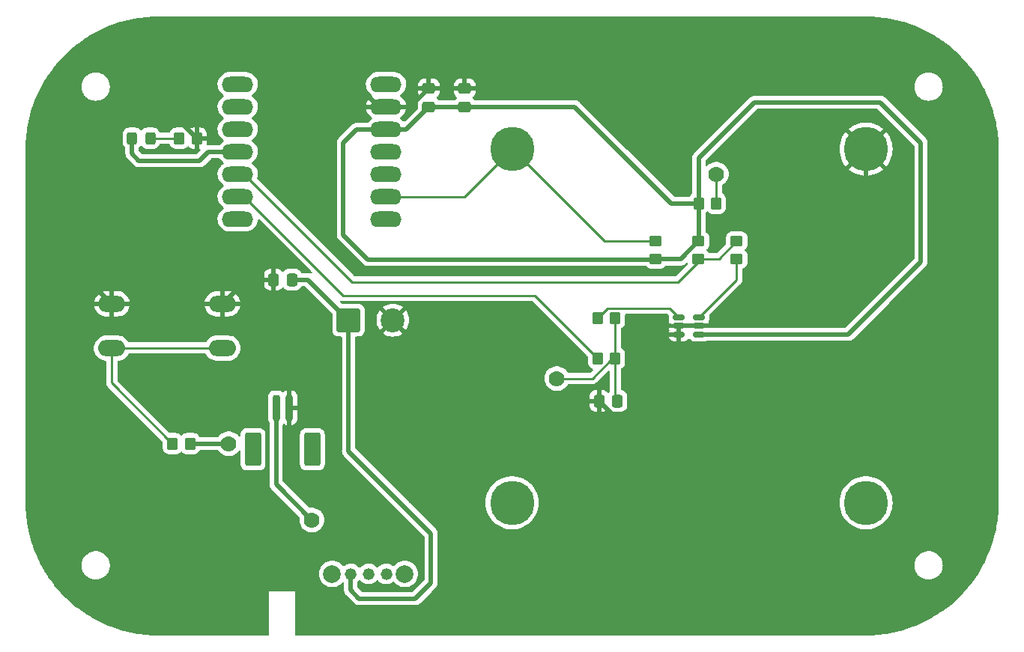
<source format=gbr>
%TF.GenerationSoftware,KiCad,Pcbnew,7.0.9*%
%TF.CreationDate,2024-02-04T13:50:24-08:00*%
%TF.ProjectId,Sensing Device,53656e73-696e-4672-9044-65766963652e,rev?*%
%TF.SameCoordinates,Original*%
%TF.FileFunction,Copper,L1,Top*%
%TF.FilePolarity,Positive*%
%FSLAX46Y46*%
G04 Gerber Fmt 4.6, Leading zero omitted, Abs format (unit mm)*
G04 Created by KiCad (PCBNEW 7.0.9) date 2024-02-04 13:50:24*
%MOMM*%
%LPD*%
G01*
G04 APERTURE LIST*
G04 Aperture macros list*
%AMRoundRect*
0 Rectangle with rounded corners*
0 $1 Rounding radius*
0 $2 $3 $4 $5 $6 $7 $8 $9 X,Y pos of 4 corners*
0 Add a 4 corners polygon primitive as box body*
4,1,4,$2,$3,$4,$5,$6,$7,$8,$9,$2,$3,0*
0 Add four circle primitives for the rounded corners*
1,1,$1+$1,$2,$3*
1,1,$1+$1,$4,$5*
1,1,$1+$1,$6,$7*
1,1,$1+$1,$8,$9*
0 Add four rect primitives between the rounded corners*
20,1,$1+$1,$2,$3,$4,$5,0*
20,1,$1+$1,$4,$5,$6,$7,0*
20,1,$1+$1,$6,$7,$8,$9,0*
20,1,$1+$1,$8,$9,$2,$3,0*%
G04 Aperture macros list end*
%TA.AperFunction,ComponentPad*%
%ADD10O,3.556000X1.778000*%
%TD*%
%TA.AperFunction,ComponentPad*%
%ADD11RoundRect,0.250001X-1.099999X-1.099999X1.099999X-1.099999X1.099999X1.099999X-1.099999X1.099999X0*%
%TD*%
%TA.AperFunction,ComponentPad*%
%ADD12C,2.700000*%
%TD*%
%TA.AperFunction,SMDPad,CuDef*%
%ADD13RoundRect,0.150000X-0.512500X-0.150000X0.512500X-0.150000X0.512500X0.150000X-0.512500X0.150000X0*%
%TD*%
%TA.AperFunction,ComponentPad*%
%ADD14O,3.048000X1.850000*%
%TD*%
%TA.AperFunction,SMDPad,CuDef*%
%ADD15RoundRect,0.250000X0.337500X0.475000X-0.337500X0.475000X-0.337500X-0.475000X0.337500X-0.475000X0*%
%TD*%
%TA.AperFunction,SMDPad,CuDef*%
%ADD16RoundRect,0.250000X-0.350000X-0.450000X0.350000X-0.450000X0.350000X0.450000X-0.350000X0.450000X0*%
%TD*%
%TA.AperFunction,SMDPad,CuDef*%
%ADD17RoundRect,0.250000X0.450000X-0.350000X0.450000X0.350000X-0.450000X0.350000X-0.450000X-0.350000X0*%
%TD*%
%TA.AperFunction,SMDPad,CuDef*%
%ADD18RoundRect,0.250000X0.475000X-0.337500X0.475000X0.337500X-0.475000X0.337500X-0.475000X-0.337500X0*%
%TD*%
%TA.AperFunction,SMDPad,CuDef*%
%ADD19RoundRect,0.200000X-0.200000X-1.250000X0.200000X-1.250000X0.200000X1.250000X-0.200000X1.250000X0*%
%TD*%
%TA.AperFunction,SMDPad,CuDef*%
%ADD20RoundRect,0.250000X-0.650000X-1.650000X0.650000X-1.650000X0.650000X1.650000X-0.650000X1.650000X0*%
%TD*%
%TA.AperFunction,ComponentPad*%
%ADD21C,1.320800*%
%TD*%
%TA.AperFunction,ComponentPad*%
%ADD22C,2.006600*%
%TD*%
%TA.AperFunction,SMDPad,CuDef*%
%ADD23RoundRect,0.250000X-0.450000X0.350000X-0.450000X-0.350000X0.450000X-0.350000X0.450000X0.350000X0*%
%TD*%
%TA.AperFunction,SMDPad,CuDef*%
%ADD24RoundRect,0.250000X0.350000X0.450000X-0.350000X0.450000X-0.350000X-0.450000X0.350000X-0.450000X0*%
%TD*%
%TA.AperFunction,ComponentPad*%
%ADD25C,5.000000*%
%TD*%
%TA.AperFunction,SMDPad,CuDef*%
%ADD26RoundRect,0.250000X0.325000X0.450000X-0.325000X0.450000X-0.325000X-0.450000X0.325000X-0.450000X0*%
%TD*%
%TA.AperFunction,ViaPad*%
%ADD27C,1.778000*%
%TD*%
%TA.AperFunction,Conductor*%
%ADD28C,0.500000*%
%TD*%
%TA.AperFunction,Conductor*%
%ADD29C,0.254000*%
%TD*%
G04 APERTURE END LIST*
D10*
%TO.P,U1,1,GPIO1_A0_D0*%
%TO.N,/Button*%
X78994000Y-42672000D03*
%TO.P,U1,2,GPIO2_A1_D1*%
%TO.N,unconnected-(U1-GPIO2_A1_D1-Pad2)*%
X78994000Y-45212000D03*
%TO.P,U1,3,GPIO3_A2_D2*%
%TO.N,unconnected-(U1-GPIO3_A2_D2-Pad3)*%
X78994000Y-47752000D03*
%TO.P,U1,4,GPIO4_A3_D3*%
%TO.N,/LED*%
X78994000Y-50292000D03*
%TO.P,U1,5,GPIO4_A3_D3_SDA*%
%TO.N,/SDA_XIAO*%
X78994000Y-52832000D03*
%TO.P,U1,6,GPIO6_A5_D5_SCL*%
%TO.N,/SCL_XIAO*%
X78994000Y-55372000D03*
%TO.P,U1,7,GPIO43_TX_D6*%
%TO.N,unconnected-(U1-GPIO43_TX_D6-Pad7)*%
X78994000Y-57912000D03*
%TO.P,U1,8,5V*%
%TO.N,unconnected-(U1-5V-Pad8)*%
X95758000Y-42672000D03*
%TO.P,U1,9,GND*%
%TO.N,GND*%
X95758000Y-45212000D03*
%TO.P,U1,10,3V3*%
%TO.N,/3V3*%
X95758000Y-47752000D03*
%TO.P,U1,11,GPIO9_A10_D10_COPI*%
%TO.N,unconnected-(U1-GPIO9_A10_D10_COPI-Pad11)*%
X95758000Y-50292000D03*
%TO.P,U1,12,GPIO8_A9_D9_CIPO*%
%TO.N,unconnected-(U1-GPIO8_A9_D9_CIPO-Pad12)*%
X95758000Y-52832000D03*
%TO.P,U1,13,GPIO7_A8_D8_SCK*%
%TO.N,/Id*%
X95758000Y-55372000D03*
%TO.P,U1,14,GPIO44_D7_RX*%
%TO.N,unconnected-(U1-GPIO44_D7_RX-Pad14)*%
X95758000Y-57912000D03*
%TD*%
D11*
%TO.P,J1,1,Pin_1*%
%TO.N,VCC*%
X91520000Y-69342000D03*
D12*
%TO.P,J1,2,Pin_2*%
%TO.N,GND*%
X96520000Y-69342000D03*
%TD*%
D13*
%TO.P,U2,1,SCL/INT*%
%TO.N,/SCL_TLV*%
X128862500Y-69050000D03*
%TO.P,U2,2,GND*%
%TO.N,GND*%
X128862500Y-70000000D03*
%TO.P,U2,3,GND*%
X128862500Y-70950000D03*
%TO.P,U2,4,VDD*%
%TO.N,/3V3*%
X131137500Y-70950000D03*
%TO.P,U2,5,GND*%
%TO.N,GND*%
X131137500Y-70000000D03*
%TO.P,U2,6,SDA/ADDR*%
%TO.N,/SDA_TLV*%
X131137500Y-69050000D03*
%TD*%
D14*
%TO.P,SW1,1,A*%
%TO.N,GND*%
X64760000Y-67500000D03*
X77260000Y-67500000D03*
%TO.P,SW1,2,B*%
%TO.N,/Button*%
X64760000Y-72500000D03*
X77260000Y-72500000D03*
%TD*%
D15*
%TO.P,C4,1*%
%TO.N,VCC*%
X85133000Y-64770000D03*
%TO.P,C4,2*%
%TO.N,GND*%
X83058000Y-64770000D03*
%TD*%
D16*
%TO.P,R7,1*%
%TO.N,/SCL_TLV*%
X119666000Y-69088000D03*
%TO.P,R7,2*%
%TO.N,Net-(C1-Pad1)*%
X121666000Y-69088000D03*
%TD*%
D17*
%TO.P,R5,1*%
%TO.N,/SDA_TLV*%
X135382000Y-62415400D03*
%TO.P,R5,2*%
%TO.N,/SDA_XIAO*%
X135382000Y-60415400D03*
%TD*%
D18*
%TO.P,C3,1*%
%TO.N,/3V3*%
X100584000Y-45212000D03*
%TO.P,C3,2*%
%TO.N,GND*%
X100584000Y-43137000D03*
%TD*%
D19*
%TO.P,BT1,1,+*%
%TO.N,Net-(BT1-+)*%
X83324000Y-79245000D03*
%TO.P,BT1,2,-*%
%TO.N,GND*%
X84824000Y-79245000D03*
D20*
%TO.P,BT1,MP*%
%TO.N,N/C*%
X80724000Y-83945000D03*
X87424000Y-83945000D03*
%TD*%
D21*
%TO.P,SW2,1,A*%
%TO.N,VCC*%
X91764099Y-98044000D03*
%TO.P,SW2,2,B*%
%TO.N,Net-(BT1-+)*%
X93764100Y-98044000D03*
%TO.P,SW2,3,C*%
%TO.N,unconnected-(SW2-C-Pad3)*%
X95764101Y-98044000D03*
D22*
%TO.P,SW2,4*%
%TO.N,N/C*%
X89662000Y-98044000D03*
%TO.P,SW2,5*%
X97866200Y-98044000D03*
%TD*%
D16*
%TO.P,R8,1*%
%TO.N,/SCL_XIAO*%
X119666000Y-73660000D03*
%TO.P,R8,2*%
%TO.N,Net-(C1-Pad1)*%
X121666000Y-73660000D03*
%TD*%
D23*
%TO.P,R3,1*%
%TO.N,/Id*%
X126238000Y-60415400D03*
%TO.P,R3,2*%
%TO.N,/3V3*%
X126238000Y-62415400D03*
%TD*%
D16*
%TO.P,R1,1*%
%TO.N,/Button*%
X71628000Y-83312000D03*
%TO.P,R1,2*%
%TO.N,/3V3*%
X73628000Y-83312000D03*
%TD*%
D15*
%TO.P,C1,1*%
%TO.N,Net-(C1-Pad1)*%
X121920000Y-78486000D03*
%TO.P,C1,2*%
%TO.N,GND*%
X119845000Y-78486000D03*
%TD*%
D24*
%TO.P,R6,1*%
%TO.N,Net-(C1-Pad1)*%
X133080000Y-56134000D03*
%TO.P,R6,2*%
%TO.N,/3V3*%
X131080000Y-56134000D03*
%TD*%
D16*
%TO.P,R2,1*%
%TO.N,Net-(D1-K)*%
X72390000Y-48768000D03*
%TO.P,R2,2*%
%TO.N,GND*%
X74390000Y-48768000D03*
%TD*%
D17*
%TO.P,R4,1*%
%TO.N,/SDA_XIAO*%
X131064000Y-62415400D03*
%TO.P,R4,2*%
%TO.N,/3V3*%
X131064000Y-60415400D03*
%TD*%
D25*
%TO.P,J2,1,Pin_1*%
%TO.N,/Id*%
X110000000Y-50000000D03*
%TO.P,J2,2,Pin_2*%
%TO.N,GND*%
X150000000Y-50000000D03*
%TO.P,J2,3*%
%TO.N,N/C*%
X110000000Y-90000000D03*
%TO.P,J2,4*%
X150000000Y-90000000D03*
%TD*%
D26*
%TO.P,D1,1,K*%
%TO.N,Net-(D1-K)*%
X69097000Y-48768000D03*
%TO.P,D1,2,A*%
%TO.N,/LED*%
X67047000Y-48768000D03*
%TD*%
D18*
%TO.P,C2,1*%
%TO.N,/3V3*%
X104648000Y-45212000D03*
%TO.P,C2,2*%
%TO.N,GND*%
X104648000Y-43137000D03*
%TD*%
D27*
%TO.N,GND*%
X84074000Y-72898000D03*
%TO.N,Net-(BT1-+)*%
X87376000Y-91948000D03*
%TO.N,/3V3*%
X77978000Y-83312000D03*
%TO.N,Net-(C1-Pad1)*%
X133080000Y-52832000D03*
X115062000Y-75946000D03*
%TD*%
D28*
%TO.N,GND*%
X62230000Y-49022000D02*
X65532000Y-45720000D01*
X84836000Y-73660000D02*
X84074000Y-72898000D01*
D29*
X84824000Y-79245000D02*
X84824000Y-77990000D01*
D28*
X128862500Y-70000000D02*
X131137500Y-70000000D01*
X84836000Y-77978000D02*
X84836000Y-73660000D01*
X134216000Y-70000000D02*
X150000000Y-54216000D01*
X150000000Y-54216000D02*
X150000000Y-50000000D01*
X100584000Y-43137000D02*
X104648000Y-43137000D01*
X64760000Y-67500000D02*
X62230000Y-64970000D01*
X76454000Y-40894000D02*
X90678000Y-40894000D01*
X98509000Y-45212000D02*
X100584000Y-43137000D01*
X128862500Y-73255296D02*
X128862500Y-76369500D01*
X71342000Y-45720000D02*
X74390000Y-48768000D01*
X128862500Y-70950000D02*
X128862500Y-70000000D01*
D29*
X84824000Y-77990000D02*
X84836000Y-77978000D01*
D28*
X90678000Y-40894000D02*
X94996000Y-45212000D01*
X122385000Y-81026000D02*
X119845000Y-78486000D01*
X74390000Y-48768000D02*
X74390000Y-42958000D01*
X79990000Y-64770000D02*
X77260000Y-67500000D01*
X119845000Y-78486000D02*
X105664000Y-78486000D01*
X94996000Y-45212000D02*
X98509000Y-45212000D01*
X131137500Y-70000000D02*
X134216000Y-70000000D01*
X105664000Y-78486000D02*
X101346000Y-74168000D01*
X65532000Y-45720000D02*
X71342000Y-45720000D01*
X83058000Y-64770000D02*
X79990000Y-64770000D01*
X128862500Y-76369500D02*
X124206000Y-81026000D01*
X124206000Y-81026000D02*
X122385000Y-81026000D01*
X74390000Y-42958000D02*
X76454000Y-40894000D01*
X62230000Y-64970000D02*
X62230000Y-49022000D01*
X101346000Y-74168000D02*
X96520000Y-69342000D01*
X77260000Y-67500000D02*
X64760000Y-67500000D01*
X128862500Y-70950000D02*
X128862500Y-73255296D01*
%TO.N,Net-(BT1-+)*%
X83324000Y-87896000D02*
X87376000Y-91948000D01*
X83324000Y-79245000D02*
X83324000Y-87896000D01*
%TO.N,VCC*%
X91520000Y-69422000D02*
X91694000Y-69596000D01*
X91520000Y-69342000D02*
X91520000Y-84154000D01*
X100838000Y-93472000D02*
X100838000Y-99060000D01*
X92710000Y-100838000D02*
X91764099Y-99892099D01*
X86948000Y-64770000D02*
X91520000Y-69342000D01*
X91520000Y-84154000D02*
X100838000Y-93472000D01*
X85133000Y-64770000D02*
X86948000Y-64770000D01*
X91764099Y-98014454D02*
X91764099Y-98044000D01*
X91764099Y-99892099D02*
X91764099Y-98044000D01*
X99060000Y-100838000D02*
X92710000Y-100838000D01*
X100838000Y-99060000D02*
X99060000Y-100838000D01*
X91520000Y-69342000D02*
X91520000Y-69422000D01*
D29*
%TO.N,Net-(D1-K)*%
X72390000Y-48768000D02*
X69097000Y-48768000D01*
%TO.N,/Id*%
X120415400Y-60415400D02*
X110000000Y-50000000D01*
X104628000Y-55372000D02*
X110000000Y-50000000D01*
X126238000Y-60415400D02*
X120415400Y-60415400D01*
X94996000Y-55372000D02*
X104628000Y-55372000D01*
%TO.N,/Button*%
X64760000Y-76444000D02*
X71628000Y-83312000D01*
X64760000Y-72500000D02*
X77260000Y-72500000D01*
X64760000Y-72500000D02*
X64760000Y-76444000D01*
D28*
%TO.N,/3V3*%
X94996000Y-47752000D02*
X92456000Y-47752000D01*
X156210000Y-62738000D02*
X147998000Y-70950000D01*
X137414000Y-44704000D02*
X151638000Y-44704000D01*
X147998000Y-70950000D02*
X131137500Y-70950000D01*
X156210000Y-49276000D02*
X156210000Y-62738000D01*
X131080000Y-56134000D02*
X131080000Y-60399400D01*
X104648000Y-45212000D02*
X117094000Y-45212000D01*
X90932000Y-49276000D02*
X90932000Y-59690000D01*
X126238000Y-62415400D02*
X129064000Y-62415400D01*
D29*
X125588180Y-62484000D02*
X125878790Y-62774610D01*
D28*
X129064000Y-62415400D02*
X131064000Y-60415400D01*
X131080000Y-51038000D02*
X137414000Y-44704000D01*
X93726000Y-62484000D02*
X125588180Y-62484000D01*
X92456000Y-47752000D02*
X90932000Y-49276000D01*
X94996000Y-47752000D02*
X98044000Y-47752000D01*
X151638000Y-44704000D02*
X156210000Y-49276000D01*
X100584000Y-45212000D02*
X104648000Y-45212000D01*
X90932000Y-59690000D02*
X93726000Y-62484000D01*
X131080000Y-56134000D02*
X131080000Y-51038000D01*
X98044000Y-47752000D02*
X100584000Y-45212000D01*
X117094000Y-45212000D02*
X128016000Y-56134000D01*
X73628000Y-83312000D02*
X77978000Y-83312000D01*
D29*
X131080000Y-60399400D02*
X131064000Y-60415400D01*
D28*
X128016000Y-56134000D02*
X131080000Y-56134000D01*
D29*
%TO.N,/SDA_XIAO*%
X91948000Y-65024000D02*
X128778000Y-65024000D01*
X131064000Y-62738000D02*
X131064000Y-62415400D01*
X79756000Y-52832000D02*
X91948000Y-65024000D01*
X128778000Y-65024000D02*
X131064000Y-62738000D01*
X133382000Y-62415400D02*
X135382000Y-60415400D01*
X131064000Y-62415400D02*
X133382000Y-62415400D01*
%TO.N,/SDA_TLV*%
X135382000Y-64805500D02*
X135382000Y-62415400D01*
X131137500Y-69050000D02*
X135382000Y-64805500D01*
%TO.N,/SCL_TLV*%
X127819500Y-68007000D02*
X120747000Y-68007000D01*
X128862500Y-69050000D02*
X127819500Y-68007000D01*
X120747000Y-68007000D02*
X119666000Y-69088000D01*
%TO.N,/SCL_XIAO*%
X112554000Y-66548000D02*
X119666000Y-73660000D01*
X90932000Y-66548000D02*
X112554000Y-66548000D01*
X79756000Y-55372000D02*
X90932000Y-66548000D01*
D28*
%TO.N,/LED*%
X74676000Y-51308000D02*
X67818000Y-51308000D01*
X75692000Y-50292000D02*
X74676000Y-51308000D01*
X79756000Y-50292000D02*
X75692000Y-50292000D01*
X67047000Y-50537000D02*
X67047000Y-48768000D01*
X67818000Y-51308000D02*
X67047000Y-50537000D01*
D29*
%TO.N,Net-(C1-Pad1)*%
X121666000Y-78232000D02*
X121920000Y-78486000D01*
X121666000Y-75946000D02*
X121666000Y-78232000D01*
X121666000Y-69088000D02*
X121666000Y-75946000D01*
X119079296Y-75946000D02*
X121158000Y-73867296D01*
X115062000Y-75946000D02*
X119079296Y-75946000D01*
X133080000Y-52832000D02*
X133080000Y-56134000D01*
%TD*%
%TA.AperFunction,Conductor*%
%TO.N,GND*%
G36*
X150592465Y-35015513D02*
G01*
X150761046Y-35019928D01*
X150764058Y-35020082D01*
X151225934Y-35055256D01*
X151531324Y-35079291D01*
X151534174Y-35079584D01*
X151966529Y-35134648D01*
X152297467Y-35178217D01*
X152300218Y-35178644D01*
X152710895Y-35252251D01*
X152717885Y-35253504D01*
X153057441Y-35316437D01*
X153060150Y-35317002D01*
X153467349Y-35411494D01*
X153810612Y-35493905D01*
X154209902Y-35608156D01*
X154552263Y-35709568D01*
X154942736Y-35843036D01*
X155281826Y-35963115D01*
X155663209Y-36115458D01*
X155997318Y-36253850D01*
X156369224Y-36424730D01*
X156593841Y-36531867D01*
X156696901Y-36581025D01*
X156853978Y-36663075D01*
X157058704Y-36770014D01*
X157378679Y-36943746D01*
X157729747Y-37150408D01*
X158040851Y-37341051D01*
X158380534Y-37564922D01*
X158565367Y-37691954D01*
X158681684Y-37771897D01*
X159009218Y-38012409D01*
X159299472Y-38235129D01*
X159614180Y-38491740D01*
X159892538Y-38729480D01*
X160043480Y-38865852D01*
X160193729Y-39001598D01*
X160459336Y-39253648D01*
X160746351Y-39540663D01*
X160998401Y-39806270D01*
X161119823Y-39940664D01*
X161270521Y-40107464D01*
X161508275Y-40385838D01*
X161702014Y-40623440D01*
X161764870Y-40700527D01*
X161987590Y-40990781D01*
X162228102Y-41318315D01*
X162435067Y-41619450D01*
X162445960Y-41635977D01*
X162658936Y-41959131D01*
X162740798Y-42092716D01*
X162849587Y-42270245D01*
X162862448Y-42292093D01*
X163033773Y-42583133D01*
X163056246Y-42621308D01*
X163125864Y-42749528D01*
X163229983Y-42941292D01*
X163418974Y-43303098D01*
X163575267Y-43630770D01*
X163746143Y-44002668D01*
X163775149Y-44072694D01*
X163884557Y-44336830D01*
X164036884Y-44718173D01*
X164156975Y-45057299D01*
X164290430Y-45447735D01*
X164391850Y-45790122D01*
X164506093Y-46189383D01*
X164588529Y-46532753D01*
X164682994Y-46939841D01*
X164683561Y-46942557D01*
X164746495Y-47282114D01*
X164821346Y-47699733D01*
X164821788Y-47702579D01*
X164865352Y-48033479D01*
X164920406Y-48465755D01*
X164920712Y-48468724D01*
X164944746Y-48774107D01*
X164979914Y-49235920D01*
X164980072Y-49239005D01*
X164984501Y-49408128D01*
X164999500Y-50000000D01*
X164999500Y-90000000D01*
X164984501Y-90591871D01*
X164980072Y-90760993D01*
X164979914Y-90764078D01*
X164944746Y-91225892D01*
X164920712Y-91531274D01*
X164920406Y-91534242D01*
X164865352Y-91966520D01*
X164821788Y-92297419D01*
X164821346Y-92300265D01*
X164746495Y-92717885D01*
X164683561Y-93057441D01*
X164682994Y-93060157D01*
X164588529Y-93467246D01*
X164506093Y-93810616D01*
X164391850Y-94209877D01*
X164290430Y-94552264D01*
X164156975Y-94942700D01*
X164036884Y-95281826D01*
X163884557Y-95663169D01*
X163746141Y-95997337D01*
X163575271Y-96369220D01*
X163418974Y-96696901D01*
X163229983Y-97058707D01*
X163056247Y-97378689D01*
X162849587Y-97729754D01*
X162658940Y-98040863D01*
X162435073Y-98380541D01*
X162228102Y-98681684D01*
X161987590Y-99009218D01*
X161764870Y-99299472D01*
X161508286Y-99614148D01*
X161325304Y-99828393D01*
X161270514Y-99892544D01*
X160998401Y-100193729D01*
X160746351Y-100459336D01*
X160459336Y-100746351D01*
X160193729Y-100998401D01*
X159892544Y-101270514D01*
X159614148Y-101508286D01*
X159299472Y-101764870D01*
X159009218Y-101987590D01*
X158681684Y-102228102D01*
X158380541Y-102435073D01*
X158040863Y-102658940D01*
X157729754Y-102849587D01*
X157378689Y-103056247D01*
X157058707Y-103229983D01*
X156696901Y-103418974D01*
X156369220Y-103575271D01*
X155997337Y-103746141D01*
X155663169Y-103884557D01*
X155281826Y-104036884D01*
X154942700Y-104156975D01*
X154552264Y-104290430D01*
X154209877Y-104391850D01*
X153810616Y-104506093D01*
X153467246Y-104588529D01*
X153060157Y-104682994D01*
X153057441Y-104683561D01*
X152717885Y-104746495D01*
X152300265Y-104821346D01*
X152297419Y-104821788D01*
X151966520Y-104865352D01*
X151534242Y-104920406D01*
X151531274Y-104920712D01*
X151225892Y-104944746D01*
X150764078Y-104979914D01*
X150760993Y-104980072D01*
X150591871Y-104984501D01*
X150000000Y-104999500D01*
X85624500Y-104999500D01*
X85557461Y-104979815D01*
X85511706Y-104927011D01*
X85500500Y-104875500D01*
X85500500Y-100024759D01*
X85500528Y-100024616D01*
X85500524Y-100024616D01*
X85500539Y-100000002D01*
X85500541Y-100000000D01*
X85500462Y-99999808D01*
X85500384Y-99999618D01*
X85500382Y-99999616D01*
X85500099Y-99999500D01*
X85500000Y-99999459D01*
X85475446Y-99999459D01*
X85475240Y-99999500D01*
X82524760Y-99999500D01*
X82524554Y-99999459D01*
X82500000Y-99999459D01*
X82499901Y-99999500D01*
X82499617Y-99999616D01*
X82499615Y-99999618D01*
X82499459Y-99999999D01*
X82499476Y-100024616D01*
X82499471Y-100024616D01*
X82499500Y-100024759D01*
X82499500Y-104875500D01*
X82479815Y-104942539D01*
X82427011Y-104988294D01*
X82375500Y-104999500D01*
X70000000Y-104999500D01*
X69408128Y-104984501D01*
X69239005Y-104980072D01*
X69235920Y-104979914D01*
X68774107Y-104944746D01*
X68468724Y-104920712D01*
X68465755Y-104920406D01*
X68033479Y-104865352D01*
X67702579Y-104821788D01*
X67699733Y-104821346D01*
X67282114Y-104746495D01*
X66942557Y-104683561D01*
X66939841Y-104682994D01*
X66532753Y-104588529D01*
X66189383Y-104506093D01*
X65790122Y-104391850D01*
X65447735Y-104290430D01*
X65057299Y-104156975D01*
X64718173Y-104036884D01*
X64336830Y-103884557D01*
X64002667Y-103746143D01*
X63630770Y-103575267D01*
X63303098Y-103418974D01*
X62941292Y-103229983D01*
X62621310Y-103056247D01*
X62270245Y-102849587D01*
X61959136Y-102658940D01*
X61619458Y-102435073D01*
X61318315Y-102228102D01*
X60990781Y-101987590D01*
X60700527Y-101764870D01*
X60623440Y-101702014D01*
X60385838Y-101508275D01*
X60107464Y-101270521D01*
X59949180Y-101127517D01*
X59806270Y-100998401D01*
X59540663Y-100746351D01*
X59253648Y-100459336D01*
X59001598Y-100193729D01*
X58848809Y-100024616D01*
X58729480Y-99892538D01*
X58491740Y-99614180D01*
X58250595Y-99318440D01*
X58235129Y-99299472D01*
X58012409Y-99009218D01*
X57771897Y-98681684D01*
X57647349Y-98500466D01*
X57564913Y-98380521D01*
X57557214Y-98368839D01*
X57341051Y-98040851D01*
X57150408Y-97729747D01*
X57110306Y-97661623D01*
X56943746Y-97378679D01*
X56776148Y-97069999D01*
X61324551Y-97069999D01*
X61332275Y-97168142D01*
X61332466Y-97173008D01*
X61332466Y-97195734D01*
X61336019Y-97218167D01*
X61336592Y-97223002D01*
X61339391Y-97258555D01*
X61344317Y-97321148D01*
X61344317Y-97321151D01*
X61344318Y-97321153D01*
X61367296Y-97416867D01*
X61368246Y-97421642D01*
X61371801Y-97444090D01*
X61378824Y-97465705D01*
X61380146Y-97470390D01*
X61403127Y-97566114D01*
X61440797Y-97657057D01*
X61442482Y-97661623D01*
X61448170Y-97679126D01*
X61449507Y-97683240D01*
X61449508Y-97683243D01*
X61449509Y-97683244D01*
X61459821Y-97703484D01*
X61461858Y-97707904D01*
X61499532Y-97798857D01*
X61550973Y-97882803D01*
X61553351Y-97887048D01*
X61560514Y-97901104D01*
X61563666Y-97907290D01*
X61563667Y-97907292D01*
X61577017Y-97925667D01*
X61579722Y-97929714D01*
X61629021Y-98010163D01*
X61631164Y-98013659D01*
X61654398Y-98040863D01*
X61695094Y-98088511D01*
X61698107Y-98092332D01*
X61711469Y-98110724D01*
X61727547Y-98126802D01*
X61730832Y-98130355D01*
X61794776Y-98205224D01*
X61869639Y-98269163D01*
X61873202Y-98272457D01*
X61889276Y-98288531D01*
X61907654Y-98301883D01*
X61907665Y-98301891D01*
X61911471Y-98304891D01*
X61986341Y-98368836D01*
X61986343Y-98368837D01*
X61986344Y-98368838D01*
X61986345Y-98368839D01*
X62070277Y-98420272D01*
X62074325Y-98422977D01*
X62074335Y-98422984D01*
X62092710Y-98436334D01*
X62112961Y-98446652D01*
X62117179Y-98449014D01*
X62201141Y-98500466D01*
X62201143Y-98500466D01*
X62201145Y-98500468D01*
X62224489Y-98510137D01*
X62292101Y-98538142D01*
X62296515Y-98540178D01*
X62304608Y-98544301D01*
X62316760Y-98550493D01*
X62338380Y-98557517D01*
X62342923Y-98559194D01*
X62433889Y-98596873D01*
X62529627Y-98619857D01*
X62534289Y-98621172D01*
X62555910Y-98628198D01*
X62555911Y-98628198D01*
X62555914Y-98628199D01*
X62564646Y-98629581D01*
X62578367Y-98631754D01*
X62583107Y-98632696D01*
X62678852Y-98655683D01*
X62777024Y-98663409D01*
X62781795Y-98663974D01*
X62804271Y-98667534D01*
X62804275Y-98667534D01*
X62826992Y-98667534D01*
X62831858Y-98667725D01*
X62930000Y-98675449D01*
X63028142Y-98667725D01*
X63033008Y-98667534D01*
X63055725Y-98667534D01*
X63055729Y-98667534D01*
X63078204Y-98663974D01*
X63082975Y-98663409D01*
X63181148Y-98655683D01*
X63276897Y-98632695D01*
X63281627Y-98631755D01*
X63304090Y-98628198D01*
X63325737Y-98621164D01*
X63330351Y-98619862D01*
X63426111Y-98596873D01*
X63517090Y-98559188D01*
X63521599Y-98557524D01*
X63543240Y-98550493D01*
X63563508Y-98540165D01*
X63567863Y-98538157D01*
X63658859Y-98500466D01*
X63742833Y-98449006D01*
X63747018Y-98446662D01*
X63767290Y-98436334D01*
X63785684Y-98422969D01*
X63789707Y-98420281D01*
X63873659Y-98368836D01*
X63948547Y-98304875D01*
X63952314Y-98301906D01*
X63970724Y-98288531D01*
X63986819Y-98272435D01*
X63990347Y-98269174D01*
X64065224Y-98205224D01*
X64129174Y-98130347D01*
X64132435Y-98126819D01*
X64148531Y-98110724D01*
X64161906Y-98092314D01*
X64164875Y-98088547D01*
X64228836Y-98013659D01*
X64280281Y-97929707D01*
X64282969Y-97925684D01*
X64296334Y-97907290D01*
X64306662Y-97887018D01*
X64309006Y-97882833D01*
X64360466Y-97798859D01*
X64398157Y-97707863D01*
X64400165Y-97703508D01*
X64410493Y-97683240D01*
X64417524Y-97661599D01*
X64419188Y-97657090D01*
X64456873Y-97566111D01*
X64479862Y-97470351D01*
X64481164Y-97465737D01*
X64488198Y-97444090D01*
X64491755Y-97421627D01*
X64492695Y-97416897D01*
X64515683Y-97321148D01*
X64523409Y-97222978D01*
X64523974Y-97218201D01*
X64527534Y-97195729D01*
X64528155Y-97164043D01*
X64528334Y-97160401D01*
X64535449Y-97070000D01*
X64528333Y-96979593D01*
X64528155Y-96975946D01*
X64527979Y-96966990D01*
X64527534Y-96944271D01*
X64523974Y-96921798D01*
X64523409Y-96917021D01*
X64515683Y-96818852D01*
X64492696Y-96723107D01*
X64491753Y-96718357D01*
X64489581Y-96704646D01*
X64488199Y-96695914D01*
X64488198Y-96695911D01*
X64488195Y-96695903D01*
X64481172Y-96674289D01*
X64479857Y-96669627D01*
X64456873Y-96573889D01*
X64419194Y-96482923D01*
X64417517Y-96478380D01*
X64410493Y-96456760D01*
X64400178Y-96436515D01*
X64398139Y-96432093D01*
X64360468Y-96341145D01*
X64360466Y-96341141D01*
X64309014Y-96257179D01*
X64306649Y-96252955D01*
X64296337Y-96232716D01*
X64296334Y-96232710D01*
X64288039Y-96221293D01*
X64282977Y-96214325D01*
X64280272Y-96210277D01*
X64228839Y-96126345D01*
X64228838Y-96126344D01*
X64228837Y-96126343D01*
X64228836Y-96126341D01*
X64164891Y-96051471D01*
X64161891Y-96047665D01*
X64148531Y-96029276D01*
X64132453Y-96013198D01*
X64129163Y-96009639D01*
X64065224Y-95934776D01*
X63990355Y-95870832D01*
X63986799Y-95867544D01*
X63970724Y-95851469D01*
X63952332Y-95838107D01*
X63948511Y-95835094D01*
X63873667Y-95771171D01*
X63873659Y-95771164D01*
X63873654Y-95771161D01*
X63873653Y-95771160D01*
X63789714Y-95719722D01*
X63785667Y-95717017D01*
X63767292Y-95703667D01*
X63767290Y-95703666D01*
X63761104Y-95700514D01*
X63747048Y-95693351D01*
X63742803Y-95690973D01*
X63658857Y-95639532D01*
X63567904Y-95601858D01*
X63563484Y-95599821D01*
X63543244Y-95589509D01*
X63543243Y-95589508D01*
X63543240Y-95589507D01*
X63539126Y-95588170D01*
X63521623Y-95582482D01*
X63517057Y-95580797D01*
X63426114Y-95543127D01*
X63330390Y-95520146D01*
X63325705Y-95518824D01*
X63304090Y-95511801D01*
X63281642Y-95508246D01*
X63276867Y-95507296D01*
X63181152Y-95484318D01*
X63181153Y-95484318D01*
X63181151Y-95484317D01*
X63181148Y-95484317D01*
X63133959Y-95480603D01*
X63083002Y-95476592D01*
X63078167Y-95476019D01*
X63055734Y-95472466D01*
X63055729Y-95472466D01*
X63033008Y-95472466D01*
X63028142Y-95472275D01*
X62930000Y-95464551D01*
X62831858Y-95472275D01*
X62826992Y-95472466D01*
X62804271Y-95472466D01*
X62781833Y-95476019D01*
X62776998Y-95476592D01*
X62678851Y-95484317D01*
X62678844Y-95484318D01*
X62583132Y-95507296D01*
X62578357Y-95508246D01*
X62555913Y-95511801D01*
X62555903Y-95511803D01*
X62534299Y-95518823D01*
X62529612Y-95520145D01*
X62433891Y-95543125D01*
X62342938Y-95580799D01*
X62338373Y-95582483D01*
X62316757Y-95589507D01*
X62296515Y-95599820D01*
X62292098Y-95601856D01*
X62201141Y-95639534D01*
X62117201Y-95690970D01*
X62112958Y-95693347D01*
X62092716Y-95703662D01*
X62092708Y-95703667D01*
X62074330Y-95717018D01*
X62070286Y-95719720D01*
X61986339Y-95771165D01*
X61911482Y-95835098D01*
X61907660Y-95838111D01*
X61889276Y-95851469D01*
X61873198Y-95867544D01*
X61869626Y-95870846D01*
X61794775Y-95934775D01*
X61730846Y-96009626D01*
X61727544Y-96013198D01*
X61711469Y-96029276D01*
X61698111Y-96047660D01*
X61695098Y-96051482D01*
X61631165Y-96126339D01*
X61579720Y-96210286D01*
X61577018Y-96214330D01*
X61563667Y-96232708D01*
X61563662Y-96232716D01*
X61553347Y-96252958D01*
X61550970Y-96257201D01*
X61499534Y-96341141D01*
X61461856Y-96432098D01*
X61459820Y-96436515D01*
X61449507Y-96456757D01*
X61442483Y-96478373D01*
X61440799Y-96482938D01*
X61403125Y-96573891D01*
X61380145Y-96669612D01*
X61378823Y-96674299D01*
X61371803Y-96695903D01*
X61371801Y-96695913D01*
X61368246Y-96718357D01*
X61367296Y-96723132D01*
X61344318Y-96818844D01*
X61344317Y-96818851D01*
X61336592Y-96916998D01*
X61336019Y-96921833D01*
X61332466Y-96944270D01*
X61332466Y-96966990D01*
X61332275Y-96971856D01*
X61324551Y-97069999D01*
X56776148Y-97069999D01*
X56770003Y-97058682D01*
X56726785Y-96975946D01*
X56594727Y-96723132D01*
X56581025Y-96696901D01*
X56522351Y-96573890D01*
X56424729Y-96369220D01*
X56253850Y-95997318D01*
X56115442Y-95663169D01*
X55963111Y-95281816D01*
X55843024Y-94942700D01*
X55812462Y-94853289D01*
X55709568Y-94552263D01*
X55608156Y-94209902D01*
X55493905Y-93810612D01*
X55411494Y-93467349D01*
X55317002Y-93060150D01*
X55316437Y-93057441D01*
X55253504Y-92717885D01*
X55232897Y-92602911D01*
X55178644Y-92300218D01*
X55178217Y-92297467D01*
X55134648Y-91966520D01*
X55079584Y-91534174D01*
X55079291Y-91531324D01*
X55055250Y-91225854D01*
X55048666Y-91139400D01*
X55020082Y-90764058D01*
X55019928Y-90761046D01*
X55015513Y-90592465D01*
X55000500Y-90000000D01*
X55000500Y-89999500D01*
X55000500Y-72439281D01*
X62731635Y-72439281D01*
X62741933Y-72681715D01*
X62741933Y-72681719D01*
X62793056Y-72918929D01*
X62793057Y-72918932D01*
X62876867Y-73127500D01*
X62883532Y-73144086D01*
X62909639Y-73186486D01*
X63010757Y-73350713D01*
X63171075Y-73532869D01*
X63171079Y-73532873D01*
X63359870Y-73685311D01*
X63571709Y-73803652D01*
X63571712Y-73803653D01*
X63800507Y-73884491D01*
X63800513Y-73884492D01*
X64029456Y-73923749D01*
X64092205Y-73954480D01*
X64128377Y-74014257D01*
X64132500Y-74045965D01*
X64132500Y-76361032D01*
X64130772Y-76376681D01*
X64131054Y-76376708D01*
X64130319Y-76384475D01*
X64132500Y-76453859D01*
X64132500Y-76483477D01*
X64133371Y-76490380D01*
X64133829Y-76496199D01*
X64135298Y-76542942D01*
X64140916Y-76562275D01*
X64144862Y-76581329D01*
X64147383Y-76601287D01*
X64147386Y-76601299D01*
X64164595Y-76644765D01*
X64166487Y-76650293D01*
X64179530Y-76695187D01*
X64179530Y-76695188D01*
X64189777Y-76712515D01*
X64198335Y-76729985D01*
X64205745Y-76748701D01*
X64233229Y-76786529D01*
X64236437Y-76791413D01*
X64260234Y-76831652D01*
X64260240Y-76831660D01*
X64274469Y-76845888D01*
X64287109Y-76860687D01*
X64298934Y-76876964D01*
X64298936Y-76876965D01*
X64298937Y-76876967D01*
X64334957Y-76906765D01*
X64339268Y-76910687D01*
X67980153Y-80551572D01*
X70491181Y-83062600D01*
X70524666Y-83123923D01*
X70527500Y-83150281D01*
X70527500Y-83812001D01*
X70527501Y-83812019D01*
X70538000Y-83914796D01*
X70538001Y-83914799D01*
X70593185Y-84081331D01*
X70593187Y-84081336D01*
X70602448Y-84096350D01*
X70685288Y-84230656D01*
X70809344Y-84354712D01*
X70958666Y-84446814D01*
X71125203Y-84501999D01*
X71227991Y-84512500D01*
X72028008Y-84512499D01*
X72028016Y-84512498D01*
X72028019Y-84512498D01*
X72084302Y-84506748D01*
X72130797Y-84501999D01*
X72297334Y-84446814D01*
X72446656Y-84354712D01*
X72540319Y-84261049D01*
X72601642Y-84227564D01*
X72671334Y-84232548D01*
X72715681Y-84261049D01*
X72809344Y-84354712D01*
X72958666Y-84446814D01*
X73125203Y-84501999D01*
X73227991Y-84512500D01*
X74028008Y-84512499D01*
X74028016Y-84512498D01*
X74028019Y-84512498D01*
X74084302Y-84506748D01*
X74130797Y-84501999D01*
X74297334Y-84446814D01*
X74446656Y-84354712D01*
X74570712Y-84230656D01*
X74638099Y-84121402D01*
X74690047Y-84074679D01*
X74743638Y-84062500D01*
X76741455Y-84062500D01*
X76808494Y-84082185D01*
X76845264Y-84118679D01*
X76877728Y-84168370D01*
X76894661Y-84186764D01*
X77033692Y-84337792D01*
X77215411Y-84479229D01*
X77417931Y-84588828D01*
X77516466Y-84622655D01*
X77635725Y-84663597D01*
X77635727Y-84663597D01*
X77635729Y-84663598D01*
X77862863Y-84701500D01*
X77862864Y-84701500D01*
X78093136Y-84701500D01*
X78093137Y-84701500D01*
X78320271Y-84663598D01*
X78538069Y-84588828D01*
X78740589Y-84479229D01*
X78922308Y-84337792D01*
X79078269Y-84168373D01*
X79095691Y-84141705D01*
X79148836Y-84096350D01*
X79218067Y-84086925D01*
X79281403Y-84116425D01*
X79318736Y-84175485D01*
X79323500Y-84209527D01*
X79323500Y-85645001D01*
X79323501Y-85645018D01*
X79334000Y-85747796D01*
X79334001Y-85747799D01*
X79389185Y-85914331D01*
X79389186Y-85914334D01*
X79481288Y-86063656D01*
X79605344Y-86187712D01*
X79754666Y-86279814D01*
X79921203Y-86334999D01*
X80023991Y-86345500D01*
X81424008Y-86345499D01*
X81526797Y-86334999D01*
X81693334Y-86279814D01*
X81842656Y-86187712D01*
X81966712Y-86063656D01*
X82058814Y-85914334D01*
X82113999Y-85747797D01*
X82124500Y-85645009D01*
X82124499Y-82244992D01*
X82113999Y-82142203D01*
X82058814Y-81975666D01*
X81966712Y-81826344D01*
X81842656Y-81702288D01*
X81693334Y-81610186D01*
X81526797Y-81555001D01*
X81526795Y-81555000D01*
X81424010Y-81544500D01*
X80023998Y-81544500D01*
X80023981Y-81544501D01*
X79921203Y-81555000D01*
X79921200Y-81555001D01*
X79754668Y-81610185D01*
X79754663Y-81610187D01*
X79605342Y-81702289D01*
X79481289Y-81826342D01*
X79389187Y-81975663D01*
X79389186Y-81975666D01*
X79334001Y-82142203D01*
X79334001Y-82142204D01*
X79334000Y-82142204D01*
X79323500Y-82244983D01*
X79323500Y-82414471D01*
X79303815Y-82481510D01*
X79251011Y-82527265D01*
X79181853Y-82537209D01*
X79118297Y-82508184D01*
X79095692Y-82482294D01*
X79078270Y-82455628D01*
X79023780Y-82396436D01*
X78922308Y-82286208D01*
X78854036Y-82233070D01*
X78740591Y-82144772D01*
X78538069Y-82035172D01*
X78538061Y-82035169D01*
X78320274Y-81960402D01*
X78149920Y-81931975D01*
X78093137Y-81922500D01*
X77862863Y-81922500D01*
X77817436Y-81930080D01*
X77635725Y-81960402D01*
X77417938Y-82035169D01*
X77417930Y-82035172D01*
X77215408Y-82144772D01*
X77033694Y-82286206D01*
X77033689Y-82286211D01*
X76877728Y-82455629D01*
X76845264Y-82505321D01*
X76792117Y-82550678D01*
X76741455Y-82561500D01*
X74743638Y-82561500D01*
X74676599Y-82541815D01*
X74638099Y-82502597D01*
X74570712Y-82393344D01*
X74446656Y-82269288D01*
X74297334Y-82177186D01*
X74130797Y-82122001D01*
X74130795Y-82122000D01*
X74028010Y-82111500D01*
X73227998Y-82111500D01*
X73227980Y-82111501D01*
X73125203Y-82122000D01*
X73125200Y-82122001D01*
X72958668Y-82177185D01*
X72958663Y-82177187D01*
X72809342Y-82269289D01*
X72715681Y-82362951D01*
X72654358Y-82396436D01*
X72584666Y-82391452D01*
X72540319Y-82362951D01*
X72446657Y-82269289D01*
X72446656Y-82269288D01*
X72297334Y-82177186D01*
X72130797Y-82122001D01*
X72130795Y-82122000D01*
X72028016Y-82111500D01*
X72028009Y-82111500D01*
X71366281Y-82111500D01*
X71299242Y-82091815D01*
X71278600Y-82075181D01*
X69755032Y-80551613D01*
X82423500Y-80551613D01*
X82429913Y-80622192D01*
X82429913Y-80622194D01*
X82429914Y-80622196D01*
X82480522Y-80784606D01*
X82555617Y-80908829D01*
X82573500Y-80972976D01*
X82573500Y-87832294D01*
X82572191Y-87850263D01*
X82568710Y-87874025D01*
X82573264Y-87926064D01*
X82573500Y-87931470D01*
X82573500Y-87939709D01*
X82577306Y-87972274D01*
X82584000Y-88048791D01*
X82585461Y-88055867D01*
X82585403Y-88055878D01*
X82587034Y-88063237D01*
X82587092Y-88063224D01*
X82588757Y-88070250D01*
X82615025Y-88142424D01*
X82639185Y-88215331D01*
X82642236Y-88221874D01*
X82642182Y-88221898D01*
X82645470Y-88228688D01*
X82645521Y-88228663D01*
X82648761Y-88235113D01*
X82648762Y-88235114D01*
X82648763Y-88235117D01*
X82690965Y-88299283D01*
X82731287Y-88364655D01*
X82735766Y-88370319D01*
X82735719Y-88370356D01*
X82740482Y-88376202D01*
X82740528Y-88376164D01*
X82745173Y-88381700D01*
X82801018Y-88434386D01*
X85967985Y-91601352D01*
X86001470Y-91662675D01*
X86000618Y-91713287D01*
X86001598Y-91713451D01*
X86000753Y-91718513D01*
X85981738Y-91947994D01*
X85981738Y-91948005D01*
X86000753Y-92177484D01*
X86057282Y-92400714D01*
X86149782Y-92611594D01*
X86275728Y-92804370D01*
X86275731Y-92804373D01*
X86431692Y-92973792D01*
X86613411Y-93115229D01*
X86815931Y-93224828D01*
X86929025Y-93263653D01*
X87033725Y-93299597D01*
X87033727Y-93299597D01*
X87033729Y-93299598D01*
X87260863Y-93337500D01*
X87260864Y-93337500D01*
X87491136Y-93337500D01*
X87491137Y-93337500D01*
X87718271Y-93299598D01*
X87936069Y-93224828D01*
X88138589Y-93115229D01*
X88320308Y-92973792D01*
X88476269Y-92804373D01*
X88602217Y-92611595D01*
X88694717Y-92400716D01*
X88751246Y-92177488D01*
X88759697Y-92075493D01*
X88770262Y-91948005D01*
X88770262Y-91947994D01*
X88751246Y-91718515D01*
X88751246Y-91718512D01*
X88694717Y-91495284D01*
X88602217Y-91284405D01*
X88507481Y-91139400D01*
X88476271Y-91091629D01*
X88449355Y-91062390D01*
X88320308Y-90922208D01*
X88252036Y-90869070D01*
X88138591Y-90780772D01*
X87936069Y-90671172D01*
X87936061Y-90671169D01*
X87718274Y-90596402D01*
X87547920Y-90567975D01*
X87491137Y-90558500D01*
X87260863Y-90558500D01*
X87260862Y-90558500D01*
X87141282Y-90578453D01*
X87071917Y-90570071D01*
X87033193Y-90543825D01*
X84110819Y-87621451D01*
X84077334Y-87560128D01*
X84074500Y-87533770D01*
X84074500Y-85645001D01*
X86023500Y-85645001D01*
X86023501Y-85645018D01*
X86034000Y-85747796D01*
X86034001Y-85747799D01*
X86089185Y-85914331D01*
X86089186Y-85914334D01*
X86181288Y-86063656D01*
X86305344Y-86187712D01*
X86454666Y-86279814D01*
X86621203Y-86334999D01*
X86723991Y-86345500D01*
X88124008Y-86345499D01*
X88226797Y-86334999D01*
X88393334Y-86279814D01*
X88542656Y-86187712D01*
X88666712Y-86063656D01*
X88758814Y-85914334D01*
X88813999Y-85747797D01*
X88824500Y-85645009D01*
X88824499Y-82244992D01*
X88813999Y-82142203D01*
X88758814Y-81975666D01*
X88666712Y-81826344D01*
X88542656Y-81702288D01*
X88393334Y-81610186D01*
X88226797Y-81555001D01*
X88226795Y-81555000D01*
X88124010Y-81544500D01*
X86723998Y-81544500D01*
X86723981Y-81544501D01*
X86621203Y-81555000D01*
X86621200Y-81555001D01*
X86454668Y-81610185D01*
X86454663Y-81610187D01*
X86305342Y-81702289D01*
X86181289Y-81826342D01*
X86089187Y-81975663D01*
X86089186Y-81975666D01*
X86034001Y-82142203D01*
X86034001Y-82142204D01*
X86034000Y-82142204D01*
X86023500Y-82244983D01*
X86023500Y-85645001D01*
X84074500Y-85645001D01*
X84074500Y-81200638D01*
X84094185Y-81133599D01*
X84146989Y-81087844D01*
X84216147Y-81077900D01*
X84262651Y-81094522D01*
X84334601Y-81138018D01*
X84334603Y-81138019D01*
X84496894Y-81188590D01*
X84496893Y-81188590D01*
X84567408Y-81194998D01*
X84567426Y-81194999D01*
X84573999Y-81194998D01*
X84574000Y-81194998D01*
X84574000Y-79495000D01*
X85074000Y-79495000D01*
X85074000Y-81194999D01*
X85080581Y-81194999D01*
X85151102Y-81188591D01*
X85151107Y-81188590D01*
X85313396Y-81138018D01*
X85458877Y-81050072D01*
X85579072Y-80929877D01*
X85667019Y-80784395D01*
X85717590Y-80622106D01*
X85724000Y-80551572D01*
X85724000Y-79495000D01*
X85074000Y-79495000D01*
X84574000Y-79495000D01*
X84574000Y-77295000D01*
X85074000Y-77295000D01*
X85074000Y-78995000D01*
X85723999Y-78995000D01*
X85723999Y-77938417D01*
X85717591Y-77867897D01*
X85717590Y-77867892D01*
X85667018Y-77705603D01*
X85579072Y-77560122D01*
X85458877Y-77439927D01*
X85313395Y-77351980D01*
X85313396Y-77351980D01*
X85151105Y-77301409D01*
X85151106Y-77301409D01*
X85080572Y-77295000D01*
X85074000Y-77295000D01*
X84574000Y-77295000D01*
X84573999Y-77294999D01*
X84567436Y-77295000D01*
X84567417Y-77295001D01*
X84496897Y-77301408D01*
X84496892Y-77301409D01*
X84334603Y-77351981D01*
X84189124Y-77439926D01*
X84162033Y-77467017D01*
X84100709Y-77500501D01*
X84031018Y-77495515D01*
X83986672Y-77467015D01*
X83959185Y-77439528D01*
X83813606Y-77351522D01*
X83651196Y-77300914D01*
X83651194Y-77300913D01*
X83651192Y-77300913D01*
X83601778Y-77296423D01*
X83580616Y-77294500D01*
X83067384Y-77294500D01*
X83048145Y-77296248D01*
X82996807Y-77300913D01*
X82834393Y-77351522D01*
X82688811Y-77439530D01*
X82568530Y-77559811D01*
X82480522Y-77705393D01*
X82429913Y-77867807D01*
X82423500Y-77938386D01*
X82423500Y-80551613D01*
X69755032Y-80551613D01*
X65423819Y-76220400D01*
X65390334Y-76159077D01*
X65387500Y-76132719D01*
X65387500Y-74042122D01*
X65407185Y-73975083D01*
X65459989Y-73929328D01*
X65500984Y-73918569D01*
X65520750Y-73916886D01*
X65600775Y-73910076D01*
X65600775Y-73910075D01*
X65600782Y-73910075D01*
X65835608Y-73848931D01*
X65835611Y-73848930D01*
X66056713Y-73748986D01*
X66056716Y-73748983D01*
X66056723Y-73748981D01*
X66257765Y-73613100D01*
X66432952Y-73445197D01*
X66577244Y-73250102D01*
X66604685Y-73195676D01*
X66652442Y-73144676D01*
X66715408Y-73127500D01*
X75304049Y-73127500D01*
X75371088Y-73147185D01*
X75409639Y-73186486D01*
X75510757Y-73350713D01*
X75671075Y-73532869D01*
X75671079Y-73532873D01*
X75859870Y-73685311D01*
X76071709Y-73803652D01*
X76071712Y-73803653D01*
X76300507Y-73884491D01*
X76300513Y-73884492D01*
X76539662Y-73925499D01*
X76539670Y-73925499D01*
X76539672Y-73925500D01*
X76539673Y-73925500D01*
X77919559Y-73925500D01*
X78100775Y-73910076D01*
X78100775Y-73910075D01*
X78100782Y-73910075D01*
X78335608Y-73848931D01*
X78335611Y-73848930D01*
X78556713Y-73748986D01*
X78556716Y-73748983D01*
X78556723Y-73748981D01*
X78757765Y-73613100D01*
X78932952Y-73445197D01*
X79077244Y-73250102D01*
X79186488Y-73033429D01*
X79257543Y-72801409D01*
X79288365Y-72560719D01*
X79286855Y-72525185D01*
X79278066Y-72318284D01*
X79278066Y-72318280D01*
X79252271Y-72198591D01*
X79226944Y-72081072D01*
X79136468Y-71855914D01*
X79009242Y-71649286D01*
X78848925Y-71467131D01*
X78848924Y-71467130D01*
X78848920Y-71467126D01*
X78660129Y-71314688D01*
X78448290Y-71196347D01*
X78219500Y-71115511D01*
X78219486Y-71115507D01*
X77980337Y-71074500D01*
X77980328Y-71074500D01*
X76600446Y-71074500D01*
X76600441Y-71074500D01*
X76419224Y-71089923D01*
X76419222Y-71089924D01*
X76184391Y-71151068D01*
X76184388Y-71151069D01*
X75963286Y-71251013D01*
X75963274Y-71251020D01*
X75762234Y-71386900D01*
X75762232Y-71386902D01*
X75587047Y-71554803D01*
X75587046Y-71554804D01*
X75442758Y-71749893D01*
X75442753Y-71749901D01*
X75415315Y-71804324D01*
X75367558Y-71855324D01*
X75304592Y-71872500D01*
X66715951Y-71872500D01*
X66648912Y-71852815D01*
X66610361Y-71813514D01*
X66569774Y-71747597D01*
X66509242Y-71649286D01*
X66348925Y-71467131D01*
X66348924Y-71467130D01*
X66348920Y-71467126D01*
X66160129Y-71314688D01*
X65948290Y-71196347D01*
X65719500Y-71115511D01*
X65719486Y-71115507D01*
X65480337Y-71074500D01*
X65480328Y-71074500D01*
X64100446Y-71074500D01*
X64100441Y-71074500D01*
X63919224Y-71089923D01*
X63919222Y-71089924D01*
X63684391Y-71151068D01*
X63684388Y-71151069D01*
X63463286Y-71251013D01*
X63463274Y-71251020D01*
X63262234Y-71386900D01*
X63262232Y-71386902D01*
X63087047Y-71554803D01*
X63087046Y-71554804D01*
X62942758Y-71749893D01*
X62833515Y-71966565D01*
X62833512Y-71966571D01*
X62762456Y-72198594D01*
X62731635Y-72439281D01*
X55000500Y-72439281D01*
X55000500Y-67249999D01*
X62756377Y-67249999D01*
X62756378Y-67250000D01*
X64159272Y-67250000D01*
X64136900Y-67297543D01*
X64106127Y-67458862D01*
X64116439Y-67622766D01*
X64157780Y-67750000D01*
X62757161Y-67750000D01*
X62793536Y-67918782D01*
X62793537Y-67918785D01*
X62883978Y-68143856D01*
X63011161Y-68350415D01*
X63171422Y-68532507D01*
X63171426Y-68532511D01*
X63360144Y-68684890D01*
X63360150Y-68684894D01*
X63571917Y-68803194D01*
X63800629Y-68884003D01*
X63800637Y-68884005D01*
X64039706Y-68924999D01*
X64039715Y-68925000D01*
X64510000Y-68925000D01*
X64510000Y-68104310D01*
X64518817Y-68109158D01*
X64677886Y-68150000D01*
X64800894Y-68150000D01*
X64922933Y-68134583D01*
X65010000Y-68100110D01*
X65010000Y-68925000D01*
X65419539Y-68925000D01*
X65600692Y-68909582D01*
X65835440Y-68848458D01*
X66056472Y-68748546D01*
X66056480Y-68748541D01*
X66257450Y-68612708D01*
X66257453Y-68612706D01*
X66432575Y-68444864D01*
X66432576Y-68444863D01*
X66576813Y-68249843D01*
X66686021Y-68033242D01*
X66757053Y-67801299D01*
X66763622Y-67750000D01*
X65360728Y-67750000D01*
X65383100Y-67702457D01*
X65413873Y-67541138D01*
X65403561Y-67377234D01*
X65362220Y-67250000D01*
X66762839Y-67250000D01*
X66762839Y-67249999D01*
X75256377Y-67249999D01*
X75256378Y-67250000D01*
X76659272Y-67250000D01*
X76636900Y-67297543D01*
X76606127Y-67458862D01*
X76616439Y-67622766D01*
X76657780Y-67750000D01*
X75257161Y-67750000D01*
X75293536Y-67918782D01*
X75293537Y-67918785D01*
X75383978Y-68143856D01*
X75511161Y-68350415D01*
X75671422Y-68532507D01*
X75671426Y-68532511D01*
X75860144Y-68684890D01*
X75860150Y-68684894D01*
X76071917Y-68803194D01*
X76300629Y-68884003D01*
X76300637Y-68884005D01*
X76539706Y-68924999D01*
X76539715Y-68925000D01*
X77010000Y-68925000D01*
X77010000Y-68104310D01*
X77018817Y-68109158D01*
X77177886Y-68150000D01*
X77300894Y-68150000D01*
X77422933Y-68134583D01*
X77510000Y-68100110D01*
X77510000Y-68925000D01*
X77919539Y-68925000D01*
X78100692Y-68909582D01*
X78335440Y-68848458D01*
X78556472Y-68748546D01*
X78556480Y-68748541D01*
X78757450Y-68612708D01*
X78757453Y-68612706D01*
X78932575Y-68444864D01*
X78932576Y-68444863D01*
X79076813Y-68249843D01*
X79186021Y-68033242D01*
X79257053Y-67801299D01*
X79263622Y-67750000D01*
X77860728Y-67750000D01*
X77883100Y-67702457D01*
X77913873Y-67541138D01*
X77903561Y-67377234D01*
X77862220Y-67250000D01*
X79262839Y-67250000D01*
X79226463Y-67081217D01*
X79226462Y-67081214D01*
X79136021Y-66856143D01*
X79008838Y-66649584D01*
X78848577Y-66467492D01*
X78848573Y-66467488D01*
X78659855Y-66315109D01*
X78659849Y-66315105D01*
X78448082Y-66196805D01*
X78219370Y-66115996D01*
X78219362Y-66115994D01*
X77980293Y-66075000D01*
X77510000Y-66075000D01*
X77510000Y-66895689D01*
X77501183Y-66890842D01*
X77342114Y-66850000D01*
X77219106Y-66850000D01*
X77097067Y-66865417D01*
X77010000Y-66899889D01*
X77010000Y-66075000D01*
X76600461Y-66075000D01*
X76419307Y-66090417D01*
X76184559Y-66151541D01*
X75963527Y-66251453D01*
X75963519Y-66251458D01*
X75762549Y-66387291D01*
X75762546Y-66387293D01*
X75587424Y-66555135D01*
X75587423Y-66555136D01*
X75443186Y-66750156D01*
X75333978Y-66966757D01*
X75262946Y-67198700D01*
X75256377Y-67249999D01*
X66762839Y-67249999D01*
X66726463Y-67081217D01*
X66726462Y-67081214D01*
X66636021Y-66856143D01*
X66508838Y-66649584D01*
X66348577Y-66467492D01*
X66348573Y-66467488D01*
X66159855Y-66315109D01*
X66159849Y-66315105D01*
X65948082Y-66196805D01*
X65719370Y-66115996D01*
X65719362Y-66115994D01*
X65480293Y-66075000D01*
X65010000Y-66075000D01*
X65010000Y-66895689D01*
X65001183Y-66890842D01*
X64842114Y-66850000D01*
X64719106Y-66850000D01*
X64597067Y-66865417D01*
X64510000Y-66899889D01*
X64510000Y-66075000D01*
X64100461Y-66075000D01*
X63919307Y-66090417D01*
X63684559Y-66151541D01*
X63463527Y-66251453D01*
X63463519Y-66251458D01*
X63262549Y-66387291D01*
X63262546Y-66387293D01*
X63087424Y-66555135D01*
X63087423Y-66555136D01*
X62943186Y-66750156D01*
X62833978Y-66966757D01*
X62762946Y-67198700D01*
X62756377Y-67249999D01*
X55000500Y-67249999D01*
X55000500Y-65020000D01*
X81970501Y-65020000D01*
X81970501Y-65294986D01*
X81980994Y-65397697D01*
X82036141Y-65564119D01*
X82036143Y-65564124D01*
X82128184Y-65713345D01*
X82252154Y-65837315D01*
X82401375Y-65929356D01*
X82401380Y-65929358D01*
X82567802Y-65984505D01*
X82567809Y-65984506D01*
X82670519Y-65994999D01*
X82807999Y-65994999D01*
X82808000Y-65994998D01*
X82808000Y-65020000D01*
X81970501Y-65020000D01*
X55000500Y-65020000D01*
X55000500Y-64520000D01*
X81970500Y-64520000D01*
X82808000Y-64520000D01*
X82808000Y-63545000D01*
X82670527Y-63545000D01*
X82670512Y-63545001D01*
X82567802Y-63555494D01*
X82401380Y-63610641D01*
X82401375Y-63610643D01*
X82252154Y-63702684D01*
X82128184Y-63826654D01*
X82036143Y-63975875D01*
X82036141Y-63975880D01*
X81980994Y-64142302D01*
X81980993Y-64142309D01*
X81970500Y-64245013D01*
X81970500Y-64520000D01*
X55000500Y-64520000D01*
X55000500Y-50000000D01*
X55015520Y-49407250D01*
X55019167Y-49268001D01*
X65971500Y-49268001D01*
X65971501Y-49268019D01*
X65982000Y-49370796D01*
X65982001Y-49370799D01*
X66037185Y-49537331D01*
X66037187Y-49537336D01*
X66048376Y-49555476D01*
X66107340Y-49651073D01*
X66129289Y-49686657D01*
X66258451Y-49815819D01*
X66256559Y-49817710D01*
X66289774Y-49864583D01*
X66296500Y-49904867D01*
X66296500Y-50473294D01*
X66295191Y-50491263D01*
X66291710Y-50515025D01*
X66296264Y-50567064D01*
X66296500Y-50572470D01*
X66296500Y-50580709D01*
X66300306Y-50613274D01*
X66307000Y-50689791D01*
X66308461Y-50696867D01*
X66308403Y-50696878D01*
X66310034Y-50704237D01*
X66310092Y-50704224D01*
X66311757Y-50711250D01*
X66338025Y-50783424D01*
X66362185Y-50856331D01*
X66365236Y-50862874D01*
X66365182Y-50862898D01*
X66368470Y-50869688D01*
X66368521Y-50869663D01*
X66371761Y-50876113D01*
X66371762Y-50876114D01*
X66371763Y-50876117D01*
X66413965Y-50940283D01*
X66454287Y-51005655D01*
X66458766Y-51011319D01*
X66458719Y-51011356D01*
X66463482Y-51017202D01*
X66463528Y-51017164D01*
X66468173Y-51022700D01*
X66524019Y-51075387D01*
X67242268Y-51793635D01*
X67254049Y-51807267D01*
X67268390Y-51826530D01*
X67308420Y-51860119D01*
X67312392Y-51863759D01*
X67318224Y-51869591D01*
X67318227Y-51869594D01*
X67343947Y-51889931D01*
X67402788Y-51939304D01*
X67408818Y-51943270D01*
X67408785Y-51943319D01*
X67415143Y-51947369D01*
X67415175Y-51947319D01*
X67421320Y-51951109D01*
X67421323Y-51951111D01*
X67490936Y-51983572D01*
X67559567Y-52018040D01*
X67559572Y-52018041D01*
X67566361Y-52020513D01*
X67566340Y-52020570D01*
X67573455Y-52023043D01*
X67573475Y-52022986D01*
X67580330Y-52025258D01*
X67655558Y-52040790D01*
X67730279Y-52058500D01*
X67730289Y-52058500D01*
X67737452Y-52059338D01*
X67737444Y-52059397D01*
X67744945Y-52060164D01*
X67744951Y-52060105D01*
X67752140Y-52060734D01*
X67752144Y-52060733D01*
X67752145Y-52060734D01*
X67828918Y-52058500D01*
X74612295Y-52058500D01*
X74630265Y-52059809D01*
X74654023Y-52063289D01*
X74706068Y-52058735D01*
X74711470Y-52058500D01*
X74719704Y-52058500D01*
X74719709Y-52058500D01*
X74731327Y-52057141D01*
X74752276Y-52054693D01*
X74765028Y-52053577D01*
X74828797Y-52047999D01*
X74828805Y-52047996D01*
X74835866Y-52046539D01*
X74835878Y-52046598D01*
X74843243Y-52044965D01*
X74843229Y-52044906D01*
X74850246Y-52043241D01*
X74850255Y-52043241D01*
X74922423Y-52016974D01*
X74995334Y-51992814D01*
X74995343Y-51992807D01*
X75001882Y-51989760D01*
X75001908Y-51989816D01*
X75008690Y-51986532D01*
X75008663Y-51986478D01*
X75015106Y-51983240D01*
X75015117Y-51983237D01*
X75079283Y-51941034D01*
X75144656Y-51900712D01*
X75144662Y-51900705D01*
X75150325Y-51896229D01*
X75150363Y-51896277D01*
X75156200Y-51891522D01*
X75156161Y-51891475D01*
X75161696Y-51886830D01*
X75214385Y-51830982D01*
X75966549Y-51078819D01*
X76027872Y-51045334D01*
X76054230Y-51042500D01*
X76866060Y-51042500D01*
X76933099Y-51062185D01*
X76971650Y-51101486D01*
X76983806Y-51121229D01*
X77140075Y-51298785D01*
X77140079Y-51298789D01*
X77318062Y-51442500D01*
X77324102Y-51447377D01*
X77338892Y-51455639D01*
X77387819Y-51505516D01*
X77402014Y-51573928D01*
X77376970Y-51639155D01*
X77347858Y-51666629D01*
X77228942Y-51747002D01*
X77228932Y-51747010D01*
X77110925Y-51860111D01*
X77058168Y-51910674D01*
X76917524Y-52100838D01*
X76917521Y-52100842D01*
X76811039Y-52312037D01*
X76811036Y-52312043D01*
X76741775Y-52538206D01*
X76711733Y-52772815D01*
X76721770Y-53009125D01*
X76721770Y-53009126D01*
X76771603Y-53240348D01*
X76859791Y-53459816D01*
X76983806Y-53661229D01*
X77140075Y-53838785D01*
X77140079Y-53838789D01*
X77324102Y-53987377D01*
X77338892Y-53995639D01*
X77387819Y-54045516D01*
X77402014Y-54113928D01*
X77376970Y-54179155D01*
X77347858Y-54206629D01*
X77228942Y-54287002D01*
X77228932Y-54287010D01*
X77058168Y-54450674D01*
X76917524Y-54640838D01*
X76917521Y-54640842D01*
X76811039Y-54852037D01*
X76811036Y-54852043D01*
X76741775Y-55078206D01*
X76711733Y-55312815D01*
X76721770Y-55549125D01*
X76721770Y-55549126D01*
X76771603Y-55780348D01*
X76859166Y-55998261D01*
X76859793Y-55999820D01*
X76901572Y-56067673D01*
X76983806Y-56201229D01*
X77140075Y-56378785D01*
X77140079Y-56378789D01*
X77324102Y-56527377D01*
X77338892Y-56535639D01*
X77387819Y-56585516D01*
X77402014Y-56653928D01*
X77376970Y-56719155D01*
X77347858Y-56746629D01*
X77228942Y-56827002D01*
X77228932Y-56827010D01*
X77058168Y-56990674D01*
X76917524Y-57180838D01*
X76917521Y-57180842D01*
X76811039Y-57392037D01*
X76811036Y-57392043D01*
X76741775Y-57618206D01*
X76711733Y-57852815D01*
X76721770Y-58089125D01*
X76721770Y-58089126D01*
X76771603Y-58320348D01*
X76859791Y-58539816D01*
X76983806Y-58741229D01*
X77140075Y-58918785D01*
X77140079Y-58918789D01*
X77324102Y-59067377D01*
X77530594Y-59182730D01*
X77753611Y-59261527D01*
X77753617Y-59261528D01*
X77986726Y-59301499D01*
X77986734Y-59301499D01*
X77986736Y-59301500D01*
X77986737Y-59301500D01*
X79942033Y-59301500D01*
X80118671Y-59286466D01*
X80118674Y-59286465D01*
X80118676Y-59286465D01*
X80347571Y-59226865D01*
X80563102Y-59129439D01*
X80759068Y-58996990D01*
X80929831Y-58833327D01*
X81070478Y-58643159D01*
X81176964Y-58431957D01*
X81246224Y-58205797D01*
X81265924Y-58051949D01*
X81293964Y-57987955D01*
X81352152Y-57949278D01*
X81422013Y-57948199D01*
X81476601Y-57980020D01*
X87366407Y-63869826D01*
X87399892Y-63931149D01*
X87394908Y-64000841D01*
X87353036Y-64056774D01*
X87287572Y-64081191D01*
X87223078Y-64068319D01*
X87206431Y-64059959D01*
X87199645Y-64057489D01*
X87199665Y-64057433D01*
X87192549Y-64054959D01*
X87192531Y-64055015D01*
X87185671Y-64052742D01*
X87157841Y-64046996D01*
X87110434Y-64037207D01*
X87061472Y-64025603D01*
X87035719Y-64019499D01*
X87028547Y-64018661D01*
X87028553Y-64018601D01*
X87021055Y-64017835D01*
X87021050Y-64017895D01*
X87013860Y-64017265D01*
X86937083Y-64019500D01*
X86251558Y-64019500D01*
X86184519Y-63999815D01*
X86146019Y-63960597D01*
X86063212Y-63826344D01*
X85939156Y-63702288D01*
X85789834Y-63610186D01*
X85623297Y-63555001D01*
X85623295Y-63555000D01*
X85520510Y-63544500D01*
X84745498Y-63544500D01*
X84745480Y-63544501D01*
X84642703Y-63555000D01*
X84642700Y-63555001D01*
X84476168Y-63610185D01*
X84476163Y-63610187D01*
X84326842Y-63702289D01*
X84202788Y-63826343D01*
X84202783Y-63826349D01*
X84200741Y-63829661D01*
X84198747Y-63831453D01*
X84198307Y-63832011D01*
X84198211Y-63831935D01*
X84148791Y-63876383D01*
X84079828Y-63887602D01*
X84015747Y-63859755D01*
X83989668Y-63829656D01*
X83987819Y-63826659D01*
X83987816Y-63826655D01*
X83863845Y-63702684D01*
X83714624Y-63610643D01*
X83714619Y-63610641D01*
X83548197Y-63555494D01*
X83548190Y-63555493D01*
X83445486Y-63545000D01*
X83308000Y-63545000D01*
X83308000Y-65994999D01*
X83445472Y-65994999D01*
X83445486Y-65994998D01*
X83548197Y-65984505D01*
X83714619Y-65929358D01*
X83714624Y-65929356D01*
X83863845Y-65837315D01*
X83987818Y-65713342D01*
X83989665Y-65710348D01*
X83991469Y-65708724D01*
X83992298Y-65707677D01*
X83992476Y-65707818D01*
X84041610Y-65663621D01*
X84110573Y-65652396D01*
X84174656Y-65680236D01*
X84200743Y-65710341D01*
X84202788Y-65713656D01*
X84326844Y-65837712D01*
X84476166Y-65929814D01*
X84642703Y-65984999D01*
X84745491Y-65995500D01*
X85520508Y-65995499D01*
X85520516Y-65995498D01*
X85520519Y-65995498D01*
X85576802Y-65989748D01*
X85623297Y-65984999D01*
X85789834Y-65929814D01*
X85939156Y-65837712D01*
X86063212Y-65713656D01*
X86146019Y-65579402D01*
X86197967Y-65532679D01*
X86251558Y-65520500D01*
X86585770Y-65520500D01*
X86652809Y-65540185D01*
X86673451Y-65556819D01*
X89633181Y-68516548D01*
X89666666Y-68577871D01*
X89669500Y-68604229D01*
X89669500Y-70492015D01*
X89680000Y-70594795D01*
X89680001Y-70594796D01*
X89735186Y-70761335D01*
X89735187Y-70761337D01*
X89827286Y-70910651D01*
X89827289Y-70910655D01*
X89951344Y-71034710D01*
X89951348Y-71034713D01*
X90100662Y-71126812D01*
X90100664Y-71126813D01*
X90100666Y-71126814D01*
X90267203Y-71181999D01*
X90369992Y-71192500D01*
X90645500Y-71192500D01*
X90712539Y-71212185D01*
X90758294Y-71264989D01*
X90769500Y-71316500D01*
X90769500Y-84090294D01*
X90768191Y-84108263D01*
X90764710Y-84132025D01*
X90769264Y-84184064D01*
X90769500Y-84189470D01*
X90769500Y-84197709D01*
X90773306Y-84230275D01*
X90773505Y-84232548D01*
X90780000Y-84306791D01*
X90781461Y-84313867D01*
X90781403Y-84313878D01*
X90783034Y-84321237D01*
X90783092Y-84321224D01*
X90784757Y-84328250D01*
X90811025Y-84400424D01*
X90835185Y-84473331D01*
X90838236Y-84479874D01*
X90838182Y-84479898D01*
X90841470Y-84486688D01*
X90841521Y-84486663D01*
X90844761Y-84493113D01*
X90844762Y-84493114D01*
X90844763Y-84493117D01*
X90886965Y-84557283D01*
X90927287Y-84622655D01*
X90931766Y-84628319D01*
X90931719Y-84628356D01*
X90936482Y-84634202D01*
X90936528Y-84634164D01*
X90941173Y-84639700D01*
X90997017Y-84692385D01*
X100051181Y-93746549D01*
X100084666Y-93807872D01*
X100087500Y-93834230D01*
X100087500Y-98697770D01*
X100067815Y-98764809D01*
X100051181Y-98785451D01*
X98785451Y-100051181D01*
X98724128Y-100084666D01*
X98697770Y-100087500D01*
X93072230Y-100087500D01*
X93005191Y-100067815D01*
X92984549Y-100051181D01*
X92550918Y-99617550D01*
X92517433Y-99556227D01*
X92514599Y-99529869D01*
X92514599Y-98985467D01*
X92534284Y-98918428D01*
X92555062Y-98893829D01*
X92568804Y-98881302D01*
X92625690Y-98829444D01*
X92665147Y-98777193D01*
X92721253Y-98735560D01*
X92790965Y-98730867D01*
X92852147Y-98764609D01*
X92863050Y-98777192D01*
X92869287Y-98785451D01*
X92902511Y-98829446D01*
X92902514Y-98829449D01*
X93061502Y-98974385D01*
X93061504Y-98974386D01*
X93061505Y-98974387D01*
X93244426Y-99087647D01*
X93445044Y-99165367D01*
X93656527Y-99204900D01*
X93656529Y-99204900D01*
X93871671Y-99204900D01*
X93871673Y-99204900D01*
X94083156Y-99165367D01*
X94283774Y-99087647D01*
X94466695Y-98974387D01*
X94625691Y-98829444D01*
X94665148Y-98777193D01*
X94721254Y-98735560D01*
X94790966Y-98730867D01*
X94852148Y-98764609D01*
X94863051Y-98777192D01*
X94869288Y-98785451D01*
X94902512Y-98829446D01*
X94902515Y-98829449D01*
X95061503Y-98974385D01*
X95061505Y-98974386D01*
X95061506Y-98974387D01*
X95244427Y-99087647D01*
X95445045Y-99165367D01*
X95656528Y-99204900D01*
X95656530Y-99204900D01*
X95871672Y-99204900D01*
X95871674Y-99204900D01*
X96083157Y-99165367D01*
X96283775Y-99087647D01*
X96466696Y-98974387D01*
X96493771Y-98949704D01*
X96556573Y-98919086D01*
X96625960Y-98927282D01*
X96671599Y-98960807D01*
X96799565Y-99110635D01*
X96979555Y-99264362D01*
X96979557Y-99264363D01*
X96979558Y-99264364D01*
X96979559Y-99264365D01*
X97181377Y-99388039D01*
X97362003Y-99462856D01*
X97400063Y-99478621D01*
X97630226Y-99533878D01*
X97866200Y-99552450D01*
X98102174Y-99533878D01*
X98332337Y-99478621D01*
X98551022Y-99388039D01*
X98752845Y-99264362D01*
X98932835Y-99110635D01*
X99086562Y-98930645D01*
X99210239Y-98728822D01*
X99300821Y-98510137D01*
X99356078Y-98279974D01*
X99374650Y-98044000D01*
X99356078Y-97808026D01*
X99300821Y-97577863D01*
X99256309Y-97470400D01*
X99210239Y-97359177D01*
X99086565Y-97157359D01*
X99086564Y-97157358D01*
X99086563Y-97157357D01*
X99086562Y-97157355D01*
X98932835Y-96977365D01*
X98752845Y-96823638D01*
X98752843Y-96823636D01*
X98752841Y-96823635D01*
X98752840Y-96823634D01*
X98551022Y-96699960D01*
X98332336Y-96609378D01*
X98102177Y-96554122D01*
X97866200Y-96535550D01*
X97630222Y-96554122D01*
X97400063Y-96609378D01*
X97181377Y-96699960D01*
X96979559Y-96823634D01*
X96979558Y-96823635D01*
X96799565Y-96977365D01*
X96671600Y-97127191D01*
X96613093Y-97165384D01*
X96543225Y-97165882D01*
X96493773Y-97138297D01*
X96466696Y-97113613D01*
X96283775Y-97000353D01*
X96083157Y-96922633D01*
X95871674Y-96883100D01*
X95656528Y-96883100D01*
X95445045Y-96922633D01*
X95381086Y-96947411D01*
X95244429Y-97000352D01*
X95244428Y-97000352D01*
X95061503Y-97113614D01*
X94902515Y-97258550D01*
X94902510Y-97258555D01*
X94863053Y-97310805D01*
X94806944Y-97352440D01*
X94737232Y-97357131D01*
X94676050Y-97323388D01*
X94665147Y-97310805D01*
X94625691Y-97258556D01*
X94625688Y-97258553D01*
X94625685Y-97258550D01*
X94466697Y-97113614D01*
X94426911Y-97088979D01*
X94283774Y-97000353D01*
X94083156Y-96922633D01*
X93871673Y-96883100D01*
X93656527Y-96883100D01*
X93445044Y-96922633D01*
X93381085Y-96947411D01*
X93244428Y-97000352D01*
X93244427Y-97000352D01*
X93061502Y-97113614D01*
X92902514Y-97258550D01*
X92902509Y-97258555D01*
X92863052Y-97310805D01*
X92806943Y-97352440D01*
X92737231Y-97357131D01*
X92676049Y-97323388D01*
X92665146Y-97310805D01*
X92625690Y-97258556D01*
X92625687Y-97258553D01*
X92625684Y-97258550D01*
X92466696Y-97113614D01*
X92426910Y-97088979D01*
X92283773Y-97000353D01*
X92083155Y-96922633D01*
X91871672Y-96883100D01*
X91656526Y-96883100D01*
X91445043Y-96922633D01*
X91381084Y-96947411D01*
X91244427Y-97000352D01*
X91244426Y-97000352D01*
X91061501Y-97113614D01*
X91034426Y-97138297D01*
X90971622Y-97168913D01*
X90902235Y-97160715D01*
X90856599Y-97127191D01*
X90845003Y-97113614D01*
X90728635Y-96977365D01*
X90548645Y-96823638D01*
X90548643Y-96823636D01*
X90548641Y-96823635D01*
X90548640Y-96823634D01*
X90346822Y-96699960D01*
X90128136Y-96609378D01*
X89897977Y-96554122D01*
X89662000Y-96535550D01*
X89426022Y-96554122D01*
X89195863Y-96609378D01*
X88977177Y-96699960D01*
X88775359Y-96823634D01*
X88775358Y-96823635D01*
X88595365Y-96977365D01*
X88441635Y-97157358D01*
X88441634Y-97157359D01*
X88317960Y-97359177D01*
X88227378Y-97577863D01*
X88172122Y-97808022D01*
X88153550Y-98044000D01*
X88172122Y-98279977D01*
X88227378Y-98510136D01*
X88317960Y-98728822D01*
X88441634Y-98930640D01*
X88441635Y-98930641D01*
X88441636Y-98930643D01*
X88441638Y-98930645D01*
X88595365Y-99110635D01*
X88775355Y-99264362D01*
X88775357Y-99264363D01*
X88775358Y-99264364D01*
X88775359Y-99264365D01*
X88977177Y-99388039D01*
X89157803Y-99462856D01*
X89195863Y-99478621D01*
X89426026Y-99533878D01*
X89662000Y-99552450D01*
X89897974Y-99533878D01*
X90128137Y-99478621D01*
X90346822Y-99388039D01*
X90548645Y-99264362D01*
X90728635Y-99110635D01*
X90795309Y-99032569D01*
X90853815Y-98994376D01*
X90923683Y-98993877D01*
X90982730Y-99031231D01*
X91012208Y-99094578D01*
X91013599Y-99113101D01*
X91013599Y-99828393D01*
X91012290Y-99846362D01*
X91008809Y-99870124D01*
X91013363Y-99922163D01*
X91013599Y-99927569D01*
X91013599Y-99935808D01*
X91017405Y-99968373D01*
X91024099Y-100044890D01*
X91025560Y-100051966D01*
X91025502Y-100051977D01*
X91027133Y-100059336D01*
X91027191Y-100059323D01*
X91028856Y-100066349D01*
X91055124Y-100138523D01*
X91079284Y-100211430D01*
X91082335Y-100217973D01*
X91082281Y-100217997D01*
X91085569Y-100224787D01*
X91085620Y-100224762D01*
X91088860Y-100231212D01*
X91088861Y-100231213D01*
X91088862Y-100231216D01*
X91131064Y-100295382D01*
X91171386Y-100360754D01*
X91175865Y-100366418D01*
X91175818Y-100366455D01*
X91180581Y-100372301D01*
X91180627Y-100372263D01*
X91185272Y-100377799D01*
X91241116Y-100430484D01*
X92134270Y-101323638D01*
X92146051Y-101337270D01*
X92160388Y-101356528D01*
X92200409Y-101390111D01*
X92204397Y-101393766D01*
X92210216Y-101399585D01*
X92210220Y-101399588D01*
X92210223Y-101399591D01*
X92235959Y-101419940D01*
X92294786Y-101469302D01*
X92294787Y-101469302D01*
X92294789Y-101469304D01*
X92300818Y-101473270D01*
X92300785Y-101473319D01*
X92307147Y-101477372D01*
X92307179Y-101477321D01*
X92313319Y-101481108D01*
X92313323Y-101481111D01*
X92348132Y-101497343D01*
X92382941Y-101513575D01*
X92401336Y-101522813D01*
X92451567Y-101548040D01*
X92451569Y-101548040D01*
X92458357Y-101550511D01*
X92458336Y-101550567D01*
X92465457Y-101553043D01*
X92465476Y-101552986D01*
X92472322Y-101555254D01*
X92472327Y-101555257D01*
X92472332Y-101555258D01*
X92472335Y-101555259D01*
X92547565Y-101570792D01*
X92622279Y-101588500D01*
X92622282Y-101588500D01*
X92622286Y-101588501D01*
X92629453Y-101589339D01*
X92629446Y-101589398D01*
X92636944Y-101590164D01*
X92636950Y-101590105D01*
X92644139Y-101590734D01*
X92644143Y-101590733D01*
X92644144Y-101590734D01*
X92720917Y-101588500D01*
X98996295Y-101588500D01*
X99014265Y-101589809D01*
X99038023Y-101593289D01*
X99090068Y-101588735D01*
X99095470Y-101588500D01*
X99103704Y-101588500D01*
X99103709Y-101588500D01*
X99115327Y-101587141D01*
X99136276Y-101584693D01*
X99149028Y-101583577D01*
X99212797Y-101577999D01*
X99212805Y-101577996D01*
X99219866Y-101576539D01*
X99219878Y-101576598D01*
X99227243Y-101574965D01*
X99227229Y-101574906D01*
X99234246Y-101573241D01*
X99234255Y-101573241D01*
X99306423Y-101546974D01*
X99379334Y-101522814D01*
X99379343Y-101522807D01*
X99385882Y-101519760D01*
X99385908Y-101519816D01*
X99392690Y-101516532D01*
X99392663Y-101516478D01*
X99399106Y-101513240D01*
X99399117Y-101513237D01*
X99463283Y-101471034D01*
X99528656Y-101430712D01*
X99528662Y-101430705D01*
X99534325Y-101426229D01*
X99534363Y-101426277D01*
X99540200Y-101421522D01*
X99540161Y-101421475D01*
X99545696Y-101416830D01*
X99598385Y-101360983D01*
X100891552Y-100067815D01*
X101323642Y-99635724D01*
X101337271Y-99623947D01*
X101356530Y-99609610D01*
X101390101Y-99569601D01*
X101393761Y-99565606D01*
X101399590Y-99559778D01*
X101419941Y-99534039D01*
X101425948Y-99526879D01*
X101469302Y-99475214D01*
X101469306Y-99475205D01*
X101473274Y-99469175D01*
X101473325Y-99469208D01*
X101477372Y-99462856D01*
X101477320Y-99462824D01*
X101481112Y-99456675D01*
X101513575Y-99387058D01*
X101548036Y-99318440D01*
X101548040Y-99318433D01*
X101548042Y-99318421D01*
X101550509Y-99311646D01*
X101550567Y-99311667D01*
X101553043Y-99304546D01*
X101552986Y-99304527D01*
X101555255Y-99297680D01*
X101555256Y-99297675D01*
X101555257Y-99297673D01*
X101570791Y-99222437D01*
X101588500Y-99147721D01*
X101588500Y-99147719D01*
X101589339Y-99140548D01*
X101589398Y-99140554D01*
X101590164Y-99133054D01*
X101590105Y-99133049D01*
X101590734Y-99125859D01*
X101588500Y-99049082D01*
X101588500Y-97069999D01*
X155464551Y-97069999D01*
X155472275Y-97168142D01*
X155472466Y-97173008D01*
X155472466Y-97195734D01*
X155476019Y-97218167D01*
X155476592Y-97223002D01*
X155479391Y-97258555D01*
X155484317Y-97321148D01*
X155484317Y-97321151D01*
X155484318Y-97321153D01*
X155507296Y-97416867D01*
X155508246Y-97421642D01*
X155511801Y-97444090D01*
X155518824Y-97465705D01*
X155520146Y-97470390D01*
X155543127Y-97566114D01*
X155580797Y-97657057D01*
X155582482Y-97661623D01*
X155588170Y-97679126D01*
X155589507Y-97683240D01*
X155589508Y-97683243D01*
X155589509Y-97683244D01*
X155599821Y-97703484D01*
X155601858Y-97707904D01*
X155639532Y-97798857D01*
X155690973Y-97882803D01*
X155693351Y-97887048D01*
X155700514Y-97901104D01*
X155703666Y-97907290D01*
X155703667Y-97907292D01*
X155717017Y-97925667D01*
X155719722Y-97929714D01*
X155769021Y-98010163D01*
X155771164Y-98013659D01*
X155794398Y-98040863D01*
X155835094Y-98088511D01*
X155838107Y-98092332D01*
X155851469Y-98110724D01*
X155867547Y-98126802D01*
X155870832Y-98130355D01*
X155934776Y-98205224D01*
X156009639Y-98269163D01*
X156013202Y-98272457D01*
X156029276Y-98288531D01*
X156047654Y-98301883D01*
X156047665Y-98301891D01*
X156051471Y-98304891D01*
X156126341Y-98368836D01*
X156126343Y-98368837D01*
X156126344Y-98368838D01*
X156126345Y-98368839D01*
X156210277Y-98420272D01*
X156214325Y-98422977D01*
X156214335Y-98422984D01*
X156232710Y-98436334D01*
X156252961Y-98446652D01*
X156257179Y-98449014D01*
X156341141Y-98500466D01*
X156341143Y-98500466D01*
X156341145Y-98500468D01*
X156364489Y-98510137D01*
X156432101Y-98538142D01*
X156436515Y-98540178D01*
X156444608Y-98544301D01*
X156456760Y-98550493D01*
X156478380Y-98557517D01*
X156482923Y-98559194D01*
X156573889Y-98596873D01*
X156669627Y-98619857D01*
X156674289Y-98621172D01*
X156695910Y-98628198D01*
X156695911Y-98628198D01*
X156695914Y-98628199D01*
X156704646Y-98629581D01*
X156718367Y-98631754D01*
X156723107Y-98632696D01*
X156818852Y-98655683D01*
X156917024Y-98663409D01*
X156921795Y-98663974D01*
X156944271Y-98667534D01*
X156944275Y-98667534D01*
X156966992Y-98667534D01*
X156971858Y-98667725D01*
X157070000Y-98675449D01*
X157168142Y-98667725D01*
X157173008Y-98667534D01*
X157195725Y-98667534D01*
X157195729Y-98667534D01*
X157218204Y-98663974D01*
X157222975Y-98663409D01*
X157321148Y-98655683D01*
X157416897Y-98632695D01*
X157421627Y-98631755D01*
X157444090Y-98628198D01*
X157465737Y-98621164D01*
X157470351Y-98619862D01*
X157566111Y-98596873D01*
X157657090Y-98559188D01*
X157661599Y-98557524D01*
X157683240Y-98550493D01*
X157703508Y-98540165D01*
X157707863Y-98538157D01*
X157798859Y-98500466D01*
X157882833Y-98449006D01*
X157887018Y-98446662D01*
X157907290Y-98436334D01*
X157925684Y-98422969D01*
X157929707Y-98420281D01*
X158013659Y-98368836D01*
X158088547Y-98304875D01*
X158092314Y-98301906D01*
X158110724Y-98288531D01*
X158126819Y-98272435D01*
X158130347Y-98269174D01*
X158205224Y-98205224D01*
X158269174Y-98130347D01*
X158272435Y-98126819D01*
X158288531Y-98110724D01*
X158301906Y-98092314D01*
X158304875Y-98088547D01*
X158368836Y-98013659D01*
X158420281Y-97929707D01*
X158422969Y-97925684D01*
X158436334Y-97907290D01*
X158446662Y-97887018D01*
X158449006Y-97882833D01*
X158500466Y-97798859D01*
X158538157Y-97707863D01*
X158540165Y-97703508D01*
X158550493Y-97683240D01*
X158557524Y-97661599D01*
X158559188Y-97657090D01*
X158596873Y-97566111D01*
X158619862Y-97470351D01*
X158621164Y-97465737D01*
X158628198Y-97444090D01*
X158631755Y-97421627D01*
X158632695Y-97416897D01*
X158655683Y-97321148D01*
X158663409Y-97222978D01*
X158663974Y-97218201D01*
X158667534Y-97195729D01*
X158668155Y-97164043D01*
X158668334Y-97160401D01*
X158675449Y-97070000D01*
X158668333Y-96979593D01*
X158668155Y-96975946D01*
X158667979Y-96966990D01*
X158667534Y-96944271D01*
X158663974Y-96921798D01*
X158663409Y-96917021D01*
X158655683Y-96818852D01*
X158632696Y-96723107D01*
X158631753Y-96718357D01*
X158629581Y-96704646D01*
X158628199Y-96695914D01*
X158628198Y-96695911D01*
X158628195Y-96695903D01*
X158621172Y-96674289D01*
X158619857Y-96669627D01*
X158596873Y-96573889D01*
X158559194Y-96482923D01*
X158557517Y-96478380D01*
X158550493Y-96456760D01*
X158540178Y-96436515D01*
X158538139Y-96432093D01*
X158500468Y-96341145D01*
X158500466Y-96341141D01*
X158449014Y-96257179D01*
X158446649Y-96252955D01*
X158436337Y-96232716D01*
X158436334Y-96232710D01*
X158428039Y-96221293D01*
X158422977Y-96214325D01*
X158420272Y-96210277D01*
X158368839Y-96126345D01*
X158368838Y-96126344D01*
X158368837Y-96126343D01*
X158368836Y-96126341D01*
X158304891Y-96051471D01*
X158301891Y-96047665D01*
X158288531Y-96029276D01*
X158272453Y-96013198D01*
X158269163Y-96009639D01*
X158205224Y-95934776D01*
X158130355Y-95870832D01*
X158126799Y-95867544D01*
X158110724Y-95851469D01*
X158092332Y-95838107D01*
X158088511Y-95835094D01*
X158013667Y-95771171D01*
X158013659Y-95771164D01*
X158013654Y-95771161D01*
X158013653Y-95771160D01*
X157929714Y-95719722D01*
X157925667Y-95717017D01*
X157907292Y-95703667D01*
X157907290Y-95703666D01*
X157901104Y-95700514D01*
X157887048Y-95693351D01*
X157882803Y-95690973D01*
X157798857Y-95639532D01*
X157707904Y-95601858D01*
X157703484Y-95599821D01*
X157683244Y-95589509D01*
X157683243Y-95589508D01*
X157683240Y-95589507D01*
X157679126Y-95588170D01*
X157661623Y-95582482D01*
X157657057Y-95580797D01*
X157566114Y-95543127D01*
X157470390Y-95520146D01*
X157465705Y-95518824D01*
X157444090Y-95511801D01*
X157421642Y-95508246D01*
X157416867Y-95507296D01*
X157321152Y-95484318D01*
X157321153Y-95484318D01*
X157321151Y-95484317D01*
X157321148Y-95484317D01*
X157273959Y-95480603D01*
X157223002Y-95476592D01*
X157218167Y-95476019D01*
X157195734Y-95472466D01*
X157195729Y-95472466D01*
X157173008Y-95472466D01*
X157168142Y-95472275D01*
X157070000Y-95464551D01*
X156971858Y-95472275D01*
X156966992Y-95472466D01*
X156944271Y-95472466D01*
X156921833Y-95476019D01*
X156916998Y-95476592D01*
X156818851Y-95484317D01*
X156818844Y-95484318D01*
X156723132Y-95507296D01*
X156718357Y-95508246D01*
X156695913Y-95511801D01*
X156695903Y-95511803D01*
X156674299Y-95518823D01*
X156669612Y-95520145D01*
X156573891Y-95543125D01*
X156482938Y-95580799D01*
X156478373Y-95582483D01*
X156456757Y-95589507D01*
X156436515Y-95599820D01*
X156432098Y-95601856D01*
X156341141Y-95639534D01*
X156257201Y-95690970D01*
X156252958Y-95693347D01*
X156232716Y-95703662D01*
X156232708Y-95703667D01*
X156214330Y-95717018D01*
X156210286Y-95719720D01*
X156126339Y-95771165D01*
X156051482Y-95835098D01*
X156047660Y-95838111D01*
X156029276Y-95851469D01*
X156013198Y-95867544D01*
X156009626Y-95870846D01*
X155934775Y-95934775D01*
X155870846Y-96009626D01*
X155867544Y-96013198D01*
X155851469Y-96029276D01*
X155838111Y-96047660D01*
X155835098Y-96051482D01*
X155771165Y-96126339D01*
X155719720Y-96210286D01*
X155717018Y-96214330D01*
X155703667Y-96232708D01*
X155703662Y-96232716D01*
X155693347Y-96252958D01*
X155690970Y-96257201D01*
X155639534Y-96341141D01*
X155601856Y-96432098D01*
X155599820Y-96436515D01*
X155589507Y-96456757D01*
X155582483Y-96478373D01*
X155580799Y-96482938D01*
X155543125Y-96573891D01*
X155520145Y-96669612D01*
X155518823Y-96674299D01*
X155511803Y-96695903D01*
X155511801Y-96695913D01*
X155508246Y-96718357D01*
X155507296Y-96723132D01*
X155484318Y-96818844D01*
X155484317Y-96818851D01*
X155476592Y-96916998D01*
X155476019Y-96921833D01*
X155472466Y-96944270D01*
X155472466Y-96966990D01*
X155472275Y-96971856D01*
X155464551Y-97069999D01*
X101588500Y-97069999D01*
X101588500Y-93535705D01*
X101589809Y-93517735D01*
X101590129Y-93515547D01*
X101593289Y-93493977D01*
X101590950Y-93467246D01*
X101588736Y-93441934D01*
X101588500Y-93436528D01*
X101588500Y-93428297D01*
X101588500Y-93428291D01*
X101584693Y-93395724D01*
X101577999Y-93319201D01*
X101576539Y-93312129D01*
X101576597Y-93312116D01*
X101574965Y-93304757D01*
X101574906Y-93304772D01*
X101573241Y-93297751D01*
X101573241Y-93297745D01*
X101546974Y-93225576D01*
X101522814Y-93152666D01*
X101522813Y-93152665D01*
X101522813Y-93152663D01*
X101519764Y-93146124D01*
X101519817Y-93146099D01*
X101516531Y-93139311D01*
X101516479Y-93139338D01*
X101513236Y-93132882D01*
X101501624Y-93115227D01*
X101471034Y-93068716D01*
X101465755Y-93060157D01*
X101430714Y-93003347D01*
X101426234Y-92997681D01*
X101426280Y-92997643D01*
X101421519Y-92991799D01*
X101421474Y-92991838D01*
X101416834Y-92986308D01*
X101360982Y-92933613D01*
X98427369Y-90000000D01*
X106994415Y-90000000D01*
X107014738Y-90348927D01*
X107014739Y-90348938D01*
X107075428Y-90693127D01*
X107075430Y-90693134D01*
X107175674Y-91027972D01*
X107314107Y-91348895D01*
X107314113Y-91348908D01*
X107488870Y-91651597D01*
X107697584Y-91931949D01*
X107697589Y-91931955D01*
X107712732Y-91948005D01*
X107937442Y-92186183D01*
X108073400Y-92300265D01*
X108205186Y-92410847D01*
X108205194Y-92410853D01*
X108497203Y-92602911D01*
X108497207Y-92602913D01*
X108809549Y-92759777D01*
X109137989Y-92879319D01*
X109478086Y-92959923D01*
X109825241Y-93000500D01*
X109825248Y-93000500D01*
X110174752Y-93000500D01*
X110174759Y-93000500D01*
X110521914Y-92959923D01*
X110862011Y-92879319D01*
X111190451Y-92759777D01*
X111502793Y-92602913D01*
X111794811Y-92410849D01*
X112062558Y-92186183D01*
X112302412Y-91931953D01*
X112511130Y-91651596D01*
X112685889Y-91348904D01*
X112824326Y-91027971D01*
X112924569Y-90693136D01*
X112928443Y-90671169D01*
X112985260Y-90348938D01*
X112985259Y-90348938D01*
X112985262Y-90348927D01*
X113005585Y-90000000D01*
X146994415Y-90000000D01*
X147014738Y-90348927D01*
X147014739Y-90348938D01*
X147075428Y-90693127D01*
X147075430Y-90693134D01*
X147175674Y-91027972D01*
X147314107Y-91348895D01*
X147314113Y-91348908D01*
X147488870Y-91651597D01*
X147697584Y-91931949D01*
X147697589Y-91931955D01*
X147712732Y-91948005D01*
X147937442Y-92186183D01*
X148073400Y-92300265D01*
X148205186Y-92410847D01*
X148205194Y-92410853D01*
X148497203Y-92602911D01*
X148497207Y-92602913D01*
X148809549Y-92759777D01*
X149137989Y-92879319D01*
X149478086Y-92959923D01*
X149825241Y-93000500D01*
X149825248Y-93000500D01*
X150174752Y-93000500D01*
X150174759Y-93000500D01*
X150521914Y-92959923D01*
X150862011Y-92879319D01*
X151190451Y-92759777D01*
X151502793Y-92602913D01*
X151794811Y-92410849D01*
X152062558Y-92186183D01*
X152302412Y-91931953D01*
X152511130Y-91651596D01*
X152685889Y-91348904D01*
X152824326Y-91027971D01*
X152924569Y-90693136D01*
X152928443Y-90671169D01*
X152985260Y-90348938D01*
X152985259Y-90348938D01*
X152985262Y-90348927D01*
X153005585Y-90000000D01*
X152985262Y-89651073D01*
X152985260Y-89651061D01*
X152924571Y-89306872D01*
X152924569Y-89306865D01*
X152824325Y-88972027D01*
X152685892Y-88651104D01*
X152685889Y-88651096D01*
X152560772Y-88434386D01*
X152511129Y-88348402D01*
X152302415Y-88068050D01*
X152302410Y-88068044D01*
X152119361Y-87874025D01*
X152062558Y-87813817D01*
X151833305Y-87621451D01*
X151794813Y-87589152D01*
X151794805Y-87589146D01*
X151502796Y-87397088D01*
X151190458Y-87240226D01*
X151190452Y-87240223D01*
X150862012Y-87120681D01*
X150862009Y-87120680D01*
X150521915Y-87040077D01*
X150478519Y-87035004D01*
X150174759Y-86999500D01*
X149825241Y-86999500D01*
X149521480Y-87035004D01*
X149478085Y-87040077D01*
X149478083Y-87040077D01*
X149137990Y-87120680D01*
X149137987Y-87120681D01*
X148809547Y-87240223D01*
X148809541Y-87240226D01*
X148497203Y-87397088D01*
X148205194Y-87589146D01*
X148205186Y-87589152D01*
X147937442Y-87813817D01*
X147937440Y-87813819D01*
X147697589Y-88068044D01*
X147697584Y-88068050D01*
X147488870Y-88348402D01*
X147314113Y-88651091D01*
X147314107Y-88651104D01*
X147175674Y-88972027D01*
X147075430Y-89306865D01*
X147075428Y-89306872D01*
X147014739Y-89651061D01*
X147014738Y-89651072D01*
X146994415Y-89999996D01*
X146994415Y-90000000D01*
X113005585Y-90000000D01*
X112985262Y-89651073D01*
X112985260Y-89651061D01*
X112924571Y-89306872D01*
X112924569Y-89306865D01*
X112824325Y-88972027D01*
X112685892Y-88651104D01*
X112685889Y-88651096D01*
X112560772Y-88434386D01*
X112511129Y-88348402D01*
X112302415Y-88068050D01*
X112302410Y-88068044D01*
X112119361Y-87874025D01*
X112062558Y-87813817D01*
X111833305Y-87621451D01*
X111794813Y-87589152D01*
X111794805Y-87589146D01*
X111502796Y-87397088D01*
X111190458Y-87240226D01*
X111190452Y-87240223D01*
X110862012Y-87120681D01*
X110862009Y-87120680D01*
X110521915Y-87040077D01*
X110478519Y-87035004D01*
X110174759Y-86999500D01*
X109825241Y-86999500D01*
X109521480Y-87035004D01*
X109478085Y-87040077D01*
X109478083Y-87040077D01*
X109137990Y-87120680D01*
X109137987Y-87120681D01*
X108809547Y-87240223D01*
X108809541Y-87240226D01*
X108497203Y-87397088D01*
X108205194Y-87589146D01*
X108205186Y-87589152D01*
X107937442Y-87813817D01*
X107937440Y-87813819D01*
X107697589Y-88068044D01*
X107697584Y-88068050D01*
X107488870Y-88348402D01*
X107314113Y-88651091D01*
X107314107Y-88651104D01*
X107175674Y-88972027D01*
X107075430Y-89306865D01*
X107075428Y-89306872D01*
X107014739Y-89651061D01*
X107014738Y-89651072D01*
X106994415Y-89999996D01*
X106994415Y-90000000D01*
X98427369Y-90000000D01*
X92306819Y-83879450D01*
X92273334Y-83818127D01*
X92270500Y-83791769D01*
X92270500Y-78736000D01*
X118757501Y-78736000D01*
X118757501Y-79010986D01*
X118767994Y-79113697D01*
X118823141Y-79280119D01*
X118823143Y-79280124D01*
X118915184Y-79429345D01*
X119039154Y-79553315D01*
X119188375Y-79645356D01*
X119188380Y-79645358D01*
X119354802Y-79700505D01*
X119354809Y-79700506D01*
X119457519Y-79710999D01*
X119594999Y-79710999D01*
X119595000Y-79710998D01*
X119595000Y-78736000D01*
X118757501Y-78736000D01*
X92270500Y-78736000D01*
X92270500Y-78236000D01*
X118757500Y-78236000D01*
X119595000Y-78236000D01*
X119595000Y-77261000D01*
X119457527Y-77261000D01*
X119457512Y-77261001D01*
X119354802Y-77271494D01*
X119188380Y-77326641D01*
X119188375Y-77326643D01*
X119039154Y-77418684D01*
X118915184Y-77542654D01*
X118823143Y-77691875D01*
X118823141Y-77691880D01*
X118767994Y-77858302D01*
X118767993Y-77858309D01*
X118757500Y-77961013D01*
X118757500Y-78236000D01*
X92270500Y-78236000D01*
X92270500Y-71316500D01*
X92290185Y-71249461D01*
X92342989Y-71203706D01*
X92394500Y-71192500D01*
X92670003Y-71192500D01*
X92670008Y-71192500D01*
X92772797Y-71181999D01*
X92939334Y-71126814D01*
X93088655Y-71034711D01*
X93212711Y-70910655D01*
X93304814Y-70761334D01*
X93359999Y-70594797D01*
X93370500Y-70492008D01*
X93370500Y-69342001D01*
X94665274Y-69342001D01*
X94684152Y-69605960D01*
X94740400Y-69864528D01*
X94832884Y-70112487D01*
X94959701Y-70344735D01*
X94959706Y-70344743D01*
X95047038Y-70461406D01*
X95047039Y-70461406D01*
X95768766Y-69739679D01*
X95812316Y-69821822D01*
X95932009Y-69962735D01*
X96079195Y-70074623D01*
X96121402Y-70094150D01*
X95400592Y-70814959D01*
X95400593Y-70814960D01*
X95517256Y-70902293D01*
X95517264Y-70902298D01*
X95749513Y-71029115D01*
X95749512Y-71029115D01*
X95997471Y-71121599D01*
X96256039Y-71177847D01*
X96519999Y-71196726D01*
X96520001Y-71196726D01*
X96783960Y-71177847D01*
X97042528Y-71121599D01*
X97290487Y-71029115D01*
X97522735Y-70902298D01*
X97522736Y-70902297D01*
X97639406Y-70814959D01*
X96918609Y-70094161D01*
X97037431Y-70022669D01*
X97171658Y-69895523D01*
X97274861Y-69743308D01*
X97992959Y-70461406D01*
X98080297Y-70344736D01*
X98080298Y-70344735D01*
X98207115Y-70112487D01*
X98299599Y-69864528D01*
X98355847Y-69605960D01*
X98374726Y-69342001D01*
X98374726Y-69341998D01*
X98355847Y-69078039D01*
X98299599Y-68819471D01*
X98207115Y-68571512D01*
X98080298Y-68339264D01*
X98080293Y-68339256D01*
X97992960Y-68222593D01*
X97992959Y-68222592D01*
X97271232Y-68944319D01*
X97227684Y-68862178D01*
X97107991Y-68721265D01*
X96960805Y-68609377D01*
X96918596Y-68589849D01*
X97639406Y-67869039D01*
X97639406Y-67869038D01*
X97522743Y-67781706D01*
X97522735Y-67781701D01*
X97290486Y-67654884D01*
X97290487Y-67654884D01*
X97042528Y-67562400D01*
X96783960Y-67506152D01*
X96520001Y-67487274D01*
X96519999Y-67487274D01*
X96256039Y-67506152D01*
X95997471Y-67562400D01*
X95749512Y-67654884D01*
X95517264Y-67781701D01*
X95400593Y-67869039D01*
X96121391Y-68589837D01*
X96002569Y-68661331D01*
X95868342Y-68788477D01*
X95765138Y-68940692D01*
X95047039Y-68222593D01*
X94959701Y-68339264D01*
X94832884Y-68571512D01*
X94740400Y-68819471D01*
X94684152Y-69078039D01*
X94665274Y-69341998D01*
X94665274Y-69342001D01*
X93370500Y-69342001D01*
X93370500Y-68191992D01*
X93359999Y-68089203D01*
X93304814Y-67922666D01*
X93302420Y-67918785D01*
X93212713Y-67773348D01*
X93212710Y-67773344D01*
X93088655Y-67649289D01*
X93088651Y-67649286D01*
X92939337Y-67557187D01*
X92939335Y-67557186D01*
X92849180Y-67527312D01*
X92772797Y-67502001D01*
X92772795Y-67502000D01*
X92670015Y-67491500D01*
X92670008Y-67491500D01*
X90782229Y-67491500D01*
X90715190Y-67471815D01*
X90694548Y-67455181D01*
X90584114Y-67344747D01*
X90550629Y-67283424D01*
X90555613Y-67213732D01*
X90597485Y-67157799D01*
X90662949Y-67133382D01*
X90702632Y-67136962D01*
X90718659Y-67141077D01*
X90737064Y-67147377D01*
X90755542Y-67155374D01*
X90799038Y-67162262D01*
X90801724Y-67162688D01*
X90807429Y-67163869D01*
X90852728Y-67175500D01*
X90872858Y-67175500D01*
X90892257Y-67177027D01*
X90912133Y-67180175D01*
X90954779Y-67176143D01*
X90958679Y-67175775D01*
X90964517Y-67175500D01*
X112242719Y-67175500D01*
X112309758Y-67195185D01*
X112330400Y-67211819D01*
X118529181Y-73410600D01*
X118562666Y-73471923D01*
X118565500Y-73498281D01*
X118565500Y-74160001D01*
X118565501Y-74160019D01*
X118576000Y-74262796D01*
X118576001Y-74262799D01*
X118631185Y-74429331D01*
X118631186Y-74429334D01*
X118723288Y-74578656D01*
X118847344Y-74702712D01*
X118996666Y-74794814D01*
X119066018Y-74817795D01*
X119123462Y-74857566D01*
X119150285Y-74922082D01*
X119137970Y-74990858D01*
X119114695Y-75023181D01*
X118855694Y-75282182D01*
X118794374Y-75315666D01*
X118768015Y-75318500D01*
X116378905Y-75318500D01*
X116311866Y-75298815D01*
X116275096Y-75262322D01*
X116162269Y-75089627D01*
X116006308Y-74920208D01*
X115916103Y-74849999D01*
X115824591Y-74778772D01*
X115622069Y-74669172D01*
X115622061Y-74669169D01*
X115404274Y-74594402D01*
X115233920Y-74565975D01*
X115177137Y-74556500D01*
X114946863Y-74556500D01*
X114901436Y-74564080D01*
X114719725Y-74594402D01*
X114501938Y-74669169D01*
X114501930Y-74669172D01*
X114299408Y-74778772D01*
X114117694Y-74920206D01*
X114117689Y-74920211D01*
X113961728Y-75089629D01*
X113835782Y-75282405D01*
X113743282Y-75493285D01*
X113686753Y-75716515D01*
X113667738Y-75945994D01*
X113667738Y-75946005D01*
X113686753Y-76175484D01*
X113743282Y-76398714D01*
X113835782Y-76609594D01*
X113961728Y-76802370D01*
X114001789Y-76845888D01*
X114117692Y-76971792D01*
X114299411Y-77113229D01*
X114501931Y-77222828D01*
X114563752Y-77244051D01*
X114719725Y-77297597D01*
X114719727Y-77297597D01*
X114719729Y-77297598D01*
X114946863Y-77335500D01*
X114946864Y-77335500D01*
X115177136Y-77335500D01*
X115177137Y-77335500D01*
X115404271Y-77297598D01*
X115622069Y-77222828D01*
X115824589Y-77113229D01*
X116006308Y-76971792D01*
X116162269Y-76802373D01*
X116275096Y-76629677D01*
X116328243Y-76584322D01*
X116378905Y-76573500D01*
X118996329Y-76573500D01*
X119011977Y-76575227D01*
X119012004Y-76574946D01*
X119019771Y-76575680D01*
X119019772Y-76575679D01*
X119019773Y-76575680D01*
X119089156Y-76573500D01*
X119118772Y-76573500D01*
X119125674Y-76572627D01*
X119131486Y-76572169D01*
X119178239Y-76570701D01*
X119197568Y-76565084D01*
X119216624Y-76561137D01*
X119236589Y-76558616D01*
X119280066Y-76541401D01*
X119285572Y-76539516D01*
X119330487Y-76526468D01*
X119347811Y-76516221D01*
X119365279Y-76507663D01*
X119383999Y-76500253D01*
X119421838Y-76472759D01*
X119426687Y-76469574D01*
X119466952Y-76445763D01*
X119481193Y-76431520D01*
X119495974Y-76418897D01*
X119512263Y-76407063D01*
X119512265Y-76407059D01*
X119512267Y-76407059D01*
X119530947Y-76384477D01*
X119542072Y-76371028D01*
X119545985Y-76366728D01*
X120826820Y-75085893D01*
X120888142Y-75052410D01*
X120957834Y-75057394D01*
X121013767Y-75099266D01*
X121038184Y-75164730D01*
X121038500Y-75173576D01*
X121038500Y-77442270D01*
X121018815Y-77509309D01*
X121002181Y-77529951D01*
X120989788Y-77542343D01*
X120989783Y-77542349D01*
X120987741Y-77545661D01*
X120985747Y-77547453D01*
X120985307Y-77548011D01*
X120985211Y-77547935D01*
X120935791Y-77592383D01*
X120866828Y-77603602D01*
X120802747Y-77575755D01*
X120776668Y-77545656D01*
X120774819Y-77542659D01*
X120774816Y-77542655D01*
X120650845Y-77418684D01*
X120501624Y-77326643D01*
X120501619Y-77326641D01*
X120335197Y-77271494D01*
X120335190Y-77271493D01*
X120232486Y-77261000D01*
X120095000Y-77261000D01*
X120095000Y-79710999D01*
X120232472Y-79710999D01*
X120232486Y-79710998D01*
X120335197Y-79700505D01*
X120501619Y-79645358D01*
X120501624Y-79645356D01*
X120650845Y-79553315D01*
X120774818Y-79429342D01*
X120776665Y-79426348D01*
X120778469Y-79424724D01*
X120779298Y-79423677D01*
X120779476Y-79423818D01*
X120828610Y-79379621D01*
X120897573Y-79368396D01*
X120961656Y-79396236D01*
X120987743Y-79426341D01*
X120989788Y-79429656D01*
X121113844Y-79553712D01*
X121263166Y-79645814D01*
X121429703Y-79700999D01*
X121532491Y-79711500D01*
X122307508Y-79711499D01*
X122307516Y-79711498D01*
X122307519Y-79711498D01*
X122363802Y-79705748D01*
X122410297Y-79700999D01*
X122576834Y-79645814D01*
X122726156Y-79553712D01*
X122850212Y-79429656D01*
X122942314Y-79280334D01*
X122997499Y-79113797D01*
X123008000Y-79011009D01*
X123007999Y-77960992D01*
X122997499Y-77858203D01*
X122942314Y-77691666D01*
X122850212Y-77542344D01*
X122726156Y-77418288D01*
X122618653Y-77351980D01*
X122576836Y-77326187D01*
X122576831Y-77326185D01*
X122575362Y-77325698D01*
X122410297Y-77271001D01*
X122404894Y-77270449D01*
X122340203Y-77244051D01*
X122300053Y-77186869D01*
X122293500Y-77147091D01*
X122293500Y-74889824D01*
X122313185Y-74822785D01*
X122352404Y-74784285D01*
X122361344Y-74778771D01*
X122484656Y-74702712D01*
X122608712Y-74578656D01*
X122700814Y-74429334D01*
X122755999Y-74262797D01*
X122766500Y-74160009D01*
X122766499Y-73159992D01*
X122764934Y-73144676D01*
X122755999Y-73057203D01*
X122755998Y-73057200D01*
X122710179Y-72918928D01*
X122700814Y-72890666D01*
X122608712Y-72741344D01*
X122484656Y-72617288D01*
X122352403Y-72535714D01*
X122305679Y-72483766D01*
X122293500Y-72430175D01*
X122293500Y-71200001D01*
X127702704Y-71200001D01*
X127702899Y-71202486D01*
X127748718Y-71360198D01*
X127832314Y-71501552D01*
X127832321Y-71501561D01*
X127948438Y-71617678D01*
X127948447Y-71617685D01*
X128089803Y-71701282D01*
X128089806Y-71701283D01*
X128247504Y-71747099D01*
X128247510Y-71747100D01*
X128284356Y-71750000D01*
X128612500Y-71750000D01*
X128612500Y-71200000D01*
X127702705Y-71200000D01*
X127702704Y-71200001D01*
X122293500Y-71200001D01*
X122293500Y-70699998D01*
X127702704Y-70699998D01*
X127702705Y-70700000D01*
X128612500Y-70700000D01*
X128612500Y-70250000D01*
X127702705Y-70250000D01*
X127702704Y-70250001D01*
X127702899Y-70252488D01*
X127702900Y-70252494D01*
X127748716Y-70410193D01*
X127748722Y-70410208D01*
X127749716Y-70411888D01*
X127750093Y-70413375D01*
X127751817Y-70417359D01*
X127751174Y-70417637D01*
X127766893Y-70479613D01*
X127751378Y-70532451D01*
X127751817Y-70532641D01*
X127750278Y-70536196D01*
X127749716Y-70538112D01*
X127748722Y-70539791D01*
X127748716Y-70539806D01*
X127702900Y-70697505D01*
X127702899Y-70697511D01*
X127702704Y-70699998D01*
X122293500Y-70699998D01*
X122293500Y-70317824D01*
X122313185Y-70250785D01*
X122352404Y-70212285D01*
X122375149Y-70198256D01*
X122484656Y-70130712D01*
X122608712Y-70006656D01*
X122700814Y-69857334D01*
X122755999Y-69690797D01*
X122766500Y-69588009D01*
X122766499Y-68758499D01*
X122786183Y-68691461D01*
X122838987Y-68645706D01*
X122890499Y-68634500D01*
X127508219Y-68634500D01*
X127575258Y-68654185D01*
X127595900Y-68670819D01*
X127663447Y-68738366D01*
X127696932Y-68799689D01*
X127699388Y-68835725D01*
X127699501Y-68834279D01*
X127699500Y-68834304D01*
X127699500Y-69265696D01*
X127702401Y-69302567D01*
X127702402Y-69302573D01*
X127748254Y-69460393D01*
X127748256Y-69460399D01*
X127749426Y-69462377D01*
X127749869Y-69464126D01*
X127751353Y-69467554D01*
X127750799Y-69467793D01*
X127766603Y-69530102D01*
X127751249Y-69582395D01*
X127751817Y-69582641D01*
X127749827Y-69587239D01*
X127749428Y-69588599D01*
X127748722Y-69589791D01*
X127748716Y-69589806D01*
X127702900Y-69747505D01*
X127702899Y-69747511D01*
X127702704Y-69749998D01*
X127702705Y-69750000D01*
X127968185Y-69750000D01*
X128031306Y-69767268D01*
X128089602Y-69801744D01*
X128131224Y-69813836D01*
X128247426Y-69847597D01*
X128247429Y-69847597D01*
X128247431Y-69847598D01*
X128259722Y-69848565D01*
X128284304Y-69850500D01*
X128284306Y-69850500D01*
X129440696Y-69850500D01*
X129459131Y-69849049D01*
X129477569Y-69847598D01*
X129477571Y-69847597D01*
X129477573Y-69847597D01*
X129519191Y-69835505D01*
X129635398Y-69801744D01*
X129693694Y-69767268D01*
X129756815Y-69750000D01*
X130243185Y-69750000D01*
X130306306Y-69767268D01*
X130364602Y-69801744D01*
X130406224Y-69813836D01*
X130522426Y-69847597D01*
X130522429Y-69847597D01*
X130522431Y-69847598D01*
X130534722Y-69848565D01*
X130559304Y-69850500D01*
X130559306Y-69850500D01*
X131715696Y-69850500D01*
X131734131Y-69849049D01*
X131752569Y-69847598D01*
X131752571Y-69847597D01*
X131752573Y-69847597D01*
X131794191Y-69835505D01*
X131910398Y-69801744D01*
X131968694Y-69767268D01*
X132031815Y-69750000D01*
X132297295Y-69750000D01*
X132297295Y-69749998D01*
X132297100Y-69747511D01*
X132297099Y-69747505D01*
X132251283Y-69589806D01*
X132251281Y-69589801D01*
X132250578Y-69588612D01*
X132250310Y-69587558D01*
X132248184Y-69582644D01*
X132248976Y-69582300D01*
X132233395Y-69520888D01*
X132249009Y-69467714D01*
X132248646Y-69467557D01*
X132249920Y-69464612D01*
X132250579Y-69462369D01*
X132251742Y-69460401D01*
X132251743Y-69460399D01*
X132251744Y-69460398D01*
X132297598Y-69302569D01*
X132300500Y-69265694D01*
X132300500Y-68834306D01*
X132300501Y-68834338D01*
X132300621Y-68835842D01*
X132314947Y-68767457D01*
X132336549Y-68738368D01*
X135767043Y-65307874D01*
X135779325Y-65298037D01*
X135779144Y-65297818D01*
X135785152Y-65292846D01*
X135785162Y-65292840D01*
X135832677Y-65242241D01*
X135853623Y-65221296D01*
X135857892Y-65215790D01*
X135861676Y-65211359D01*
X135893693Y-65177267D01*
X135903389Y-65159628D01*
X135914073Y-65143361D01*
X135926408Y-65127462D01*
X135944978Y-65084546D01*
X135947534Y-65079327D01*
X135970072Y-65038334D01*
X135975078Y-65018834D01*
X135981382Y-65000424D01*
X135989370Y-64981965D01*
X135989373Y-64981959D01*
X135996687Y-64935780D01*
X135997868Y-64930070D01*
X136009500Y-64884772D01*
X136009500Y-64864635D01*
X136011027Y-64845235D01*
X136014174Y-64825367D01*
X136009775Y-64778829D01*
X136009500Y-64772991D01*
X136009500Y-63586753D01*
X136029185Y-63519714D01*
X136081989Y-63473959D01*
X136094482Y-63469052D01*
X136151334Y-63450214D01*
X136300656Y-63358112D01*
X136424712Y-63234056D01*
X136516814Y-63084734D01*
X136571999Y-62918197D01*
X136582500Y-62815409D01*
X136582499Y-62015392D01*
X136571999Y-61912603D01*
X136516814Y-61746066D01*
X136424712Y-61596744D01*
X136331049Y-61503081D01*
X136297564Y-61441758D01*
X136302548Y-61372066D01*
X136331049Y-61327719D01*
X136424712Y-61234056D01*
X136516814Y-61084734D01*
X136571999Y-60918197D01*
X136582500Y-60815409D01*
X136582499Y-60015392D01*
X136571999Y-59912603D01*
X136516814Y-59746066D01*
X136424712Y-59596744D01*
X136300656Y-59472688D01*
X136207404Y-59415170D01*
X136151336Y-59380587D01*
X136151331Y-59380585D01*
X136146946Y-59379132D01*
X135984797Y-59325401D01*
X135984795Y-59325400D01*
X135882010Y-59314900D01*
X134881998Y-59314900D01*
X134881980Y-59314901D01*
X134779203Y-59325400D01*
X134779200Y-59325401D01*
X134612668Y-59380585D01*
X134612663Y-59380587D01*
X134463342Y-59472689D01*
X134339289Y-59596742D01*
X134247187Y-59746063D01*
X134247185Y-59746068D01*
X134219349Y-59830070D01*
X134192001Y-59912603D01*
X134192001Y-59912604D01*
X134192000Y-59912604D01*
X134181500Y-60015383D01*
X134181500Y-60677118D01*
X134161815Y-60744157D01*
X134145181Y-60764799D01*
X133158400Y-61751581D01*
X133097077Y-61785066D01*
X133070719Y-61787900D01*
X132293824Y-61787900D01*
X132226785Y-61768215D01*
X132188285Y-61728996D01*
X132178921Y-61713815D01*
X132106712Y-61596744D01*
X132013049Y-61503081D01*
X131979564Y-61441758D01*
X131984548Y-61372066D01*
X132013049Y-61327719D01*
X132106712Y-61234056D01*
X132198814Y-61084734D01*
X132253999Y-60918197D01*
X132264500Y-60815409D01*
X132264499Y-60015392D01*
X132253999Y-59912603D01*
X132198814Y-59746066D01*
X132106712Y-59596744D01*
X131982656Y-59472688D01*
X131982655Y-59472687D01*
X131889404Y-59415170D01*
X131842679Y-59363222D01*
X131830500Y-59309631D01*
X131830500Y-57287957D01*
X131850185Y-57220918D01*
X131889407Y-57182416D01*
X131898656Y-57176712D01*
X131992319Y-57083049D01*
X132053642Y-57049564D01*
X132123334Y-57054548D01*
X132167681Y-57083049D01*
X132261344Y-57176712D01*
X132410666Y-57268814D01*
X132577203Y-57323999D01*
X132679991Y-57334500D01*
X133480008Y-57334499D01*
X133480016Y-57334498D01*
X133480019Y-57334498D01*
X133536302Y-57328748D01*
X133582797Y-57323999D01*
X133749334Y-57268814D01*
X133898656Y-57176712D01*
X134022712Y-57052656D01*
X134114814Y-56903334D01*
X134169999Y-56736797D01*
X134180500Y-56634009D01*
X134180499Y-55633992D01*
X134169999Y-55531203D01*
X134114814Y-55364666D01*
X134022712Y-55215344D01*
X133898656Y-55091288D01*
X133766403Y-55009714D01*
X133719679Y-54957766D01*
X133707500Y-54904175D01*
X133707500Y-54146223D01*
X133727185Y-54079184D01*
X133772483Y-54037168D01*
X133842587Y-53999230D01*
X133842586Y-53999230D01*
X133842589Y-53999229D01*
X134024308Y-53857792D01*
X134180269Y-53688373D01*
X134306217Y-53495595D01*
X134398717Y-53284716D01*
X134455246Y-53061488D01*
X134474262Y-52832000D01*
X134468277Y-52759777D01*
X134459585Y-52654871D01*
X134455246Y-52602512D01*
X134398717Y-52379284D01*
X134306217Y-52168405D01*
X134262076Y-52100842D01*
X134180271Y-51975629D01*
X134146831Y-51939304D01*
X134024308Y-51806208D01*
X133948240Y-51747002D01*
X133842591Y-51664772D01*
X133640069Y-51555172D01*
X133640061Y-51555169D01*
X133422274Y-51480402D01*
X133224363Y-51447377D01*
X133195137Y-51442500D01*
X132964863Y-51442500D01*
X132935637Y-51447377D01*
X132737725Y-51480402D01*
X132519938Y-51555169D01*
X132519930Y-51555172D01*
X132317408Y-51664772D01*
X132135694Y-51806206D01*
X132135689Y-51806211D01*
X132045730Y-51903933D01*
X131985842Y-51939924D01*
X131916004Y-51937823D01*
X131858388Y-51898299D01*
X131831287Y-51833899D01*
X131830500Y-51819950D01*
X131830500Y-51400229D01*
X131850185Y-51333190D01*
X131866819Y-51312548D01*
X133179367Y-50000000D01*
X146994916Y-50000000D01*
X147015235Y-50348869D01*
X147015236Y-50348880D01*
X147075914Y-50693002D01*
X147075916Y-50693011D01*
X147176145Y-51027800D01*
X147314555Y-51348670D01*
X147314561Y-51348683D01*
X147489289Y-51651322D01*
X147697972Y-51931631D01*
X147697976Y-51931636D01*
X147706147Y-51940297D01*
X147706149Y-51940298D01*
X148702266Y-50944180D01*
X148865130Y-51134870D01*
X149055818Y-51297732D01*
X148062817Y-52290733D01*
X148062818Y-52290734D01*
X148205480Y-52410442D01*
X148497461Y-52602480D01*
X148809739Y-52759314D01*
X148809745Y-52759316D01*
X149138130Y-52878838D01*
X149138133Y-52878839D01*
X149478171Y-52959429D01*
X149825276Y-52999999D01*
X149825277Y-53000000D01*
X150174723Y-53000000D01*
X150174723Y-52999999D01*
X150521827Y-52959429D01*
X150521829Y-52959429D01*
X150861866Y-52878839D01*
X150861869Y-52878838D01*
X151190254Y-52759316D01*
X151190260Y-52759314D01*
X151502538Y-52602480D01*
X151794515Y-52410445D01*
X151937180Y-52290734D01*
X151937181Y-52290733D01*
X150944180Y-51297733D01*
X151134870Y-51134870D01*
X151297733Y-50944180D01*
X152293850Y-51940297D01*
X152302032Y-51931625D01*
X152510710Y-51651322D01*
X152685438Y-51348683D01*
X152685444Y-51348670D01*
X152823854Y-51027800D01*
X152924083Y-50693011D01*
X152924085Y-50693002D01*
X152984763Y-50348880D01*
X152984764Y-50348869D01*
X153005084Y-50000000D01*
X153005084Y-49999996D01*
X152984764Y-49651130D01*
X152984763Y-49651119D01*
X152924085Y-49306997D01*
X152924083Y-49306988D01*
X152823854Y-48972199D01*
X152685444Y-48651329D01*
X152685438Y-48651316D01*
X152510710Y-48348677D01*
X152302029Y-48068371D01*
X152293850Y-48059701D01*
X152293850Y-48059700D01*
X151297732Y-49055818D01*
X151134870Y-48865130D01*
X150944180Y-48702266D01*
X151937181Y-47709265D01*
X151937180Y-47709264D01*
X151794519Y-47589557D01*
X151502538Y-47397519D01*
X151190260Y-47240685D01*
X151190254Y-47240683D01*
X150861869Y-47121161D01*
X150861866Y-47121160D01*
X150521828Y-47040570D01*
X150174723Y-47000000D01*
X149825277Y-47000000D01*
X149478172Y-47040570D01*
X149478170Y-47040570D01*
X149138133Y-47121160D01*
X149138130Y-47121161D01*
X148809745Y-47240683D01*
X148809739Y-47240685D01*
X148497461Y-47397519D01*
X148205485Y-47589554D01*
X148062817Y-47709264D01*
X149055819Y-48702266D01*
X148865130Y-48865130D01*
X148702266Y-49055819D01*
X147706148Y-48059701D01*
X147706146Y-48059701D01*
X147697973Y-48068366D01*
X147489289Y-48348677D01*
X147314561Y-48651316D01*
X147314555Y-48651329D01*
X147176145Y-48972199D01*
X147075916Y-49306988D01*
X147075914Y-49306997D01*
X147015236Y-49651119D01*
X147015235Y-49651130D01*
X146994916Y-49999996D01*
X146994916Y-50000000D01*
X133179367Y-50000000D01*
X137688548Y-45490819D01*
X137749871Y-45457334D01*
X137776229Y-45454500D01*
X151275770Y-45454500D01*
X151342809Y-45474185D01*
X151363451Y-45490819D01*
X155423181Y-49550548D01*
X155456666Y-49611871D01*
X155459500Y-49638229D01*
X155459500Y-62375770D01*
X155439815Y-62442809D01*
X155423181Y-62463451D01*
X147723451Y-70163181D01*
X147662128Y-70196666D01*
X147635770Y-70199500D01*
X131932328Y-70199500D01*
X131897733Y-70194576D01*
X131752573Y-70152402D01*
X131752567Y-70152401D01*
X131715696Y-70149500D01*
X131715694Y-70149500D01*
X130559306Y-70149500D01*
X130559304Y-70149500D01*
X130522432Y-70152401D01*
X130522426Y-70152402D01*
X130364606Y-70198254D01*
X130364603Y-70198255D01*
X130306306Y-70232732D01*
X130243185Y-70250000D01*
X129112500Y-70250000D01*
X129112500Y-71750000D01*
X129440644Y-71750000D01*
X129477489Y-71747100D01*
X129477495Y-71747099D01*
X129635193Y-71701283D01*
X129635196Y-71701282D01*
X129776552Y-71617685D01*
X129776561Y-71617678D01*
X129892678Y-71501561D01*
X129892680Y-71501558D01*
X129892972Y-71501066D01*
X129893301Y-71500758D01*
X129897463Y-71495393D01*
X129898328Y-71496064D01*
X129944038Y-71453379D01*
X130012778Y-71440870D01*
X130077370Y-71467510D01*
X130101936Y-71495858D01*
X130102139Y-71495702D01*
X130105022Y-71499420D01*
X130106438Y-71501053D01*
X130106914Y-71501859D01*
X130106923Y-71501870D01*
X130223129Y-71618076D01*
X130223133Y-71618079D01*
X130223135Y-71618081D01*
X130364602Y-71701744D01*
X130376804Y-71705289D01*
X130522426Y-71747597D01*
X130522429Y-71747597D01*
X130522431Y-71747598D01*
X130534722Y-71748565D01*
X130559304Y-71750500D01*
X130559306Y-71750500D01*
X131715696Y-71750500D01*
X131734131Y-71749049D01*
X131752569Y-71747598D01*
X131752571Y-71747597D01*
X131752573Y-71747597D01*
X131897733Y-71705424D01*
X131932328Y-71700500D01*
X147934295Y-71700500D01*
X147952265Y-71701809D01*
X147976023Y-71705289D01*
X148028068Y-71700735D01*
X148033470Y-71700500D01*
X148041704Y-71700500D01*
X148041709Y-71700500D01*
X148053327Y-71699141D01*
X148074276Y-71696693D01*
X148087028Y-71695577D01*
X148150797Y-71689999D01*
X148150805Y-71689996D01*
X148157866Y-71688539D01*
X148157878Y-71688598D01*
X148165243Y-71686965D01*
X148165229Y-71686906D01*
X148172246Y-71685241D01*
X148172255Y-71685241D01*
X148244423Y-71658974D01*
X148317334Y-71634814D01*
X148317343Y-71634807D01*
X148323882Y-71631760D01*
X148323908Y-71631816D01*
X148330690Y-71628532D01*
X148330663Y-71628478D01*
X148337106Y-71625240D01*
X148337117Y-71625237D01*
X148401283Y-71583034D01*
X148466656Y-71542712D01*
X148466662Y-71542705D01*
X148472325Y-71538229D01*
X148472363Y-71538277D01*
X148478200Y-71533522D01*
X148478161Y-71533475D01*
X148483696Y-71528830D01*
X148536385Y-71472982D01*
X152614983Y-67394384D01*
X156695642Y-63313724D01*
X156709271Y-63301947D01*
X156728530Y-63287610D01*
X156762101Y-63247601D01*
X156765761Y-63243606D01*
X156771590Y-63237778D01*
X156772416Y-63236734D01*
X156791940Y-63212040D01*
X156841302Y-63153214D01*
X156841306Y-63153205D01*
X156845274Y-63147175D01*
X156845325Y-63147208D01*
X156849372Y-63140856D01*
X156849320Y-63140824D01*
X156853112Y-63134675D01*
X156885575Y-63065058D01*
X156914174Y-63008112D01*
X156920040Y-62996433D01*
X156920042Y-62996421D01*
X156922509Y-62989646D01*
X156922567Y-62989667D01*
X156925043Y-62982546D01*
X156924986Y-62982528D01*
X156927257Y-62975673D01*
X156942792Y-62900434D01*
X156957545Y-62838189D01*
X156960500Y-62825721D01*
X156960500Y-62825710D01*
X156961338Y-62818548D01*
X156961398Y-62818555D01*
X156962164Y-62811055D01*
X156962105Y-62811050D01*
X156962734Y-62803860D01*
X156962699Y-62802671D01*
X156960500Y-62727082D01*
X156960500Y-49339705D01*
X156961809Y-49321735D01*
X156965289Y-49297974D01*
X156960736Y-49245939D01*
X156960500Y-49240532D01*
X156960500Y-49232297D01*
X156960500Y-49232291D01*
X156956691Y-49199707D01*
X156956657Y-49199324D01*
X156949998Y-49123205D01*
X156949998Y-49123202D01*
X156949996Y-49123197D01*
X156948538Y-49116133D01*
X156948597Y-49116120D01*
X156946967Y-49108764D01*
X156946908Y-49108779D01*
X156945242Y-49101753D01*
X156945241Y-49101745D01*
X156918973Y-49029573D01*
X156917238Y-49024336D01*
X156894815Y-48956666D01*
X156891763Y-48950121D01*
X156891817Y-48950095D01*
X156888533Y-48943312D01*
X156888480Y-48943340D01*
X156885238Y-48936885D01*
X156885237Y-48936883D01*
X156843029Y-48872709D01*
X156802711Y-48807344D01*
X156802710Y-48807343D01*
X156802709Y-48807341D01*
X156798233Y-48801681D01*
X156798280Y-48801643D01*
X156793519Y-48795799D01*
X156793474Y-48795838D01*
X156788834Y-48790308D01*
X156732964Y-48737596D01*
X152213729Y-44218361D01*
X152201949Y-44204730D01*
X152190669Y-44189579D01*
X152187612Y-44185472D01*
X152187610Y-44185470D01*
X152147587Y-44151886D01*
X152143612Y-44148244D01*
X152140690Y-44145322D01*
X152137780Y-44142411D01*
X152112040Y-44122059D01*
X152053209Y-44072694D01*
X152047180Y-44068729D01*
X152047212Y-44068680D01*
X152040853Y-44064628D01*
X152040822Y-44064679D01*
X152034680Y-44060891D01*
X152034678Y-44060890D01*
X152034677Y-44060889D01*
X151995474Y-44042608D01*
X151965058Y-44028424D01*
X151906052Y-43998791D01*
X151896433Y-43993960D01*
X151896431Y-43993959D01*
X151896430Y-43993959D01*
X151889645Y-43991489D01*
X151889665Y-43991433D01*
X151882549Y-43988959D01*
X151882531Y-43989015D01*
X151875671Y-43986742D01*
X151847841Y-43980996D01*
X151800434Y-43971207D01*
X151751472Y-43959603D01*
X151725719Y-43953499D01*
X151718547Y-43952661D01*
X151718553Y-43952601D01*
X151711055Y-43951835D01*
X151711050Y-43951895D01*
X151703860Y-43951265D01*
X151627083Y-43953500D01*
X137477705Y-43953500D01*
X137459735Y-43952191D01*
X137435972Y-43948710D01*
X137391512Y-43952601D01*
X137383931Y-43953264D01*
X137378530Y-43953500D01*
X137370289Y-43953500D01*
X137348579Y-43956037D01*
X137337724Y-43957306D01*
X137322419Y-43958645D01*
X137261199Y-43964001D01*
X137254132Y-43965460D01*
X137254120Y-43965404D01*
X137246763Y-43967035D01*
X137246777Y-43967092D01*
X137239743Y-43968759D01*
X137167575Y-43995025D01*
X137094675Y-44019181D01*
X137088126Y-44022236D01*
X137088101Y-44022183D01*
X137081308Y-44025471D01*
X137081334Y-44025523D01*
X137074880Y-44028764D01*
X137010708Y-44070971D01*
X136945347Y-44111285D01*
X136939683Y-44115765D01*
X136939647Y-44115719D01*
X136933798Y-44120484D01*
X136933835Y-44120528D01*
X136928310Y-44125164D01*
X136928304Y-44125169D01*
X136928304Y-44125170D01*
X136912040Y-44142409D01*
X136875597Y-44181035D01*
X130594358Y-50462272D01*
X130580729Y-50474051D01*
X130561468Y-50488390D01*
X130527898Y-50528397D01*
X130524253Y-50532376D01*
X130518409Y-50538222D01*
X130498059Y-50563959D01*
X130448695Y-50622789D01*
X130444729Y-50628819D01*
X130444682Y-50628788D01*
X130440630Y-50635147D01*
X130440679Y-50635177D01*
X130436889Y-50641321D01*
X130404424Y-50710941D01*
X130369960Y-50779566D01*
X130367488Y-50786357D01*
X130367432Y-50786336D01*
X130364960Y-50793450D01*
X130365015Y-50793469D01*
X130362742Y-50800327D01*
X130360340Y-50811962D01*
X130347207Y-50875565D01*
X130336720Y-50919816D01*
X130329498Y-50950286D01*
X130328661Y-50957454D01*
X130328601Y-50957447D01*
X130327835Y-50964945D01*
X130327895Y-50964951D01*
X130327265Y-50972140D01*
X130329500Y-51048916D01*
X130329500Y-54980042D01*
X130309815Y-55047081D01*
X130270598Y-55085580D01*
X130261344Y-55091287D01*
X130137289Y-55215342D01*
X130069901Y-55324597D01*
X130017953Y-55371321D01*
X129964362Y-55383500D01*
X128378229Y-55383500D01*
X128311190Y-55363815D01*
X128290548Y-55347181D01*
X122983855Y-50040488D01*
X117669729Y-44726361D01*
X117657949Y-44712730D01*
X117650482Y-44702701D01*
X117643612Y-44693472D01*
X117641902Y-44692037D01*
X117603587Y-44659886D01*
X117599612Y-44656244D01*
X117596690Y-44653322D01*
X117593780Y-44650411D01*
X117568040Y-44630059D01*
X117513367Y-44584183D01*
X117509214Y-44580698D01*
X117509213Y-44580697D01*
X117509209Y-44580694D01*
X117503180Y-44576729D01*
X117503212Y-44576680D01*
X117496853Y-44572628D01*
X117496822Y-44572679D01*
X117490680Y-44568891D01*
X117490678Y-44568890D01*
X117490677Y-44568889D01*
X117451474Y-44550608D01*
X117421058Y-44536424D01*
X117379758Y-44515683D01*
X117352433Y-44501960D01*
X117352431Y-44501959D01*
X117352430Y-44501959D01*
X117345645Y-44499489D01*
X117345665Y-44499433D01*
X117338549Y-44496959D01*
X117338531Y-44497015D01*
X117331671Y-44494742D01*
X117299976Y-44488198D01*
X117256434Y-44479207D01*
X117207472Y-44467603D01*
X117181719Y-44461499D01*
X117174547Y-44460661D01*
X117174553Y-44460601D01*
X117167055Y-44459835D01*
X117167050Y-44459895D01*
X117159860Y-44459265D01*
X117083083Y-44461500D01*
X105819248Y-44461500D01*
X105752209Y-44441815D01*
X105721468Y-44410502D01*
X105720193Y-44411511D01*
X105715711Y-44405843D01*
X105591657Y-44281789D01*
X105591656Y-44281788D01*
X105588342Y-44279743D01*
X105586546Y-44277748D01*
X105585989Y-44277307D01*
X105586064Y-44277211D01*
X105541618Y-44227797D01*
X105530397Y-44158834D01*
X105558240Y-44094752D01*
X105588348Y-44068665D01*
X105591342Y-44066818D01*
X105715315Y-43942845D01*
X105807356Y-43793624D01*
X105807358Y-43793619D01*
X105862505Y-43627197D01*
X105862506Y-43627190D01*
X105872999Y-43524486D01*
X105873000Y-43524473D01*
X105873000Y-43387000D01*
X103423001Y-43387000D01*
X103423001Y-43524486D01*
X103433494Y-43627197D01*
X103488641Y-43793619D01*
X103488643Y-43793624D01*
X103580684Y-43942845D01*
X103704655Y-44066816D01*
X103704659Y-44066819D01*
X103707656Y-44068668D01*
X103709279Y-44070472D01*
X103710323Y-44071298D01*
X103710181Y-44071476D01*
X103754381Y-44120616D01*
X103765602Y-44189579D01*
X103737759Y-44253661D01*
X103707661Y-44279741D01*
X103704349Y-44281783D01*
X103704343Y-44281788D01*
X103580288Y-44405843D01*
X103575807Y-44411511D01*
X103573984Y-44410069D01*
X103530335Y-44449325D01*
X103476752Y-44461500D01*
X101755248Y-44461500D01*
X101688209Y-44441815D01*
X101657468Y-44410502D01*
X101656193Y-44411511D01*
X101651711Y-44405843D01*
X101527657Y-44281789D01*
X101527656Y-44281788D01*
X101524342Y-44279743D01*
X101522546Y-44277748D01*
X101521989Y-44277307D01*
X101522064Y-44277211D01*
X101477618Y-44227797D01*
X101466397Y-44158834D01*
X101494240Y-44094752D01*
X101524348Y-44068665D01*
X101527342Y-44066818D01*
X101651315Y-43942845D01*
X101743356Y-43793624D01*
X101743358Y-43793619D01*
X101798505Y-43627197D01*
X101798506Y-43627190D01*
X101808999Y-43524486D01*
X101809000Y-43524473D01*
X101809000Y-43387000D01*
X99359001Y-43387000D01*
X99359001Y-43524486D01*
X99369494Y-43627197D01*
X99424641Y-43793619D01*
X99424643Y-43793624D01*
X99516684Y-43942845D01*
X99640655Y-44066816D01*
X99640659Y-44066819D01*
X99643656Y-44068668D01*
X99645279Y-44070472D01*
X99646323Y-44071298D01*
X99646181Y-44071476D01*
X99690381Y-44120616D01*
X99701602Y-44189579D01*
X99673759Y-44253661D01*
X99643661Y-44279741D01*
X99640349Y-44281783D01*
X99640343Y-44281788D01*
X99516289Y-44405842D01*
X99424187Y-44555163D01*
X99424185Y-44555168D01*
X99414496Y-44584407D01*
X99369001Y-44721703D01*
X99369001Y-44721704D01*
X99369000Y-44721704D01*
X99358500Y-44824483D01*
X99358500Y-45324769D01*
X99338815Y-45391808D01*
X99322181Y-45412450D01*
X97882085Y-46852545D01*
X97820762Y-46886030D01*
X97751070Y-46881046D01*
X97701321Y-46846788D01*
X97611924Y-46745214D01*
X97611920Y-46745210D01*
X97427896Y-46596621D01*
X97427894Y-46596620D01*
X97412614Y-46588084D01*
X97363688Y-46538204D01*
X97349496Y-46469791D01*
X97374544Y-46404565D01*
X97403653Y-46377095D01*
X97522744Y-46296604D01*
X97522751Y-46296598D01*
X97693454Y-46132993D01*
X97834047Y-45942898D01*
X97940498Y-45731768D01*
X98009734Y-45505690D01*
X98015329Y-45462000D01*
X95439196Y-45462000D01*
X95462845Y-45425201D01*
X95504000Y-45285039D01*
X95504000Y-45138961D01*
X95462845Y-44998799D01*
X95439196Y-44962000D01*
X98014012Y-44962000D01*
X97979916Y-44803798D01*
X97979916Y-44803797D01*
X97891758Y-44584407D01*
X97767788Y-44383066D01*
X97611581Y-44205581D01*
X97611579Y-44205579D01*
X97427617Y-44057039D01*
X97427613Y-44057036D01*
X97412639Y-44048671D01*
X97363713Y-43998791D01*
X97349521Y-43930378D01*
X97374569Y-43865153D01*
X97403674Y-43837685D01*
X97523068Y-43756990D01*
X97693831Y-43593327D01*
X97834478Y-43403159D01*
X97940964Y-43191957D01*
X98010224Y-42965797D01*
X98014808Y-42929999D01*
X155464551Y-42929999D01*
X155472275Y-43028142D01*
X155472466Y-43033008D01*
X155472466Y-43055734D01*
X155476019Y-43078167D01*
X155476592Y-43083002D01*
X155480603Y-43133959D01*
X155484317Y-43181148D01*
X155484317Y-43181151D01*
X155484318Y-43181153D01*
X155507296Y-43276867D01*
X155508246Y-43281642D01*
X155511801Y-43304090D01*
X155518824Y-43325705D01*
X155520146Y-43330390D01*
X155543127Y-43426114D01*
X155580797Y-43517057D01*
X155582482Y-43521623D01*
X155588170Y-43539126D01*
X155589507Y-43543240D01*
X155589508Y-43543243D01*
X155589509Y-43543244D01*
X155599821Y-43563484D01*
X155601858Y-43567904D01*
X155639532Y-43658857D01*
X155690973Y-43742803D01*
X155693351Y-43747048D01*
X155698417Y-43756989D01*
X155703666Y-43767290D01*
X155703667Y-43767292D01*
X155717017Y-43785667D01*
X155719722Y-43789714D01*
X155769021Y-43870163D01*
X155771164Y-43873659D01*
X155830254Y-43942845D01*
X155835094Y-43948511D01*
X155838107Y-43952332D01*
X155851469Y-43970724D01*
X155867547Y-43986802D01*
X155870832Y-43990355D01*
X155903636Y-44028764D01*
X155934310Y-44064679D01*
X155934776Y-44065224D01*
X156009639Y-44129163D01*
X156013202Y-44132457D01*
X156029276Y-44148531D01*
X156047654Y-44161883D01*
X156047665Y-44161891D01*
X156051471Y-44164891D01*
X156126341Y-44228836D01*
X156126343Y-44228837D01*
X156126344Y-44228838D01*
X156126345Y-44228839D01*
X156187889Y-44266553D01*
X156205438Y-44277307D01*
X156210277Y-44280272D01*
X156214325Y-44282977D01*
X156214335Y-44282984D01*
X156232710Y-44296334D01*
X156252961Y-44306652D01*
X156257179Y-44309014D01*
X156341141Y-44360466D01*
X156341143Y-44360466D01*
X156341145Y-44360468D01*
X156382908Y-44377766D01*
X156432101Y-44398142D01*
X156436515Y-44400178D01*
X156444608Y-44404301D01*
X156456760Y-44410493D01*
X156478380Y-44417517D01*
X156482923Y-44419194D01*
X156573889Y-44456873D01*
X156669627Y-44479857D01*
X156674289Y-44481172D01*
X156695910Y-44488198D01*
X156695911Y-44488198D01*
X156695914Y-44488199D01*
X156704646Y-44489581D01*
X156718367Y-44491754D01*
X156723107Y-44492696D01*
X156818852Y-44515683D01*
X156917024Y-44523409D01*
X156921795Y-44523974D01*
X156944271Y-44527534D01*
X156944275Y-44527534D01*
X156966992Y-44527534D01*
X156971858Y-44527725D01*
X157070000Y-44535449D01*
X157168142Y-44527725D01*
X157173008Y-44527534D01*
X157195725Y-44527534D01*
X157195729Y-44527534D01*
X157218204Y-44523974D01*
X157222975Y-44523409D01*
X157321148Y-44515683D01*
X157416897Y-44492695D01*
X157421627Y-44491755D01*
X157444090Y-44488198D01*
X157465737Y-44481164D01*
X157470351Y-44479862D01*
X157566111Y-44456873D01*
X157657090Y-44419188D01*
X157661599Y-44417524D01*
X157683240Y-44410493D01*
X157703508Y-44400165D01*
X157707863Y-44398157D01*
X157798859Y-44360466D01*
X157882833Y-44309006D01*
X157887018Y-44306662D01*
X157907290Y-44296334D01*
X157925684Y-44282969D01*
X157929707Y-44280281D01*
X158013659Y-44228836D01*
X158088547Y-44164875D01*
X158092314Y-44161906D01*
X158110724Y-44148531D01*
X158126819Y-44132435D01*
X158130347Y-44129174D01*
X158205224Y-44065224D01*
X158269174Y-43990347D01*
X158272435Y-43986819D01*
X158288531Y-43970724D01*
X158301906Y-43952314D01*
X158304875Y-43948547D01*
X158368836Y-43873659D01*
X158420281Y-43789707D01*
X158422969Y-43785684D01*
X158436334Y-43767290D01*
X158446662Y-43747018D01*
X158449006Y-43742833D01*
X158500466Y-43658859D01*
X158538157Y-43567863D01*
X158540165Y-43563508D01*
X158550493Y-43543240D01*
X158557524Y-43521599D01*
X158559188Y-43517090D01*
X158596873Y-43426111D01*
X158619862Y-43330351D01*
X158621164Y-43325737D01*
X158628198Y-43304090D01*
X158631755Y-43281627D01*
X158632695Y-43276897D01*
X158655683Y-43181148D01*
X158663409Y-43082978D01*
X158663974Y-43078201D01*
X158667534Y-43055729D01*
X158668155Y-43024043D01*
X158668334Y-43020401D01*
X158675449Y-42930000D01*
X158668333Y-42839593D01*
X158668155Y-42835946D01*
X158667979Y-42826990D01*
X158667534Y-42804271D01*
X158663974Y-42781798D01*
X158663409Y-42777021D01*
X158655683Y-42678852D01*
X158632696Y-42583107D01*
X158631753Y-42578357D01*
X158628198Y-42555913D01*
X158628198Y-42555911D01*
X158628195Y-42555903D01*
X158621172Y-42534289D01*
X158619857Y-42529627D01*
X158596873Y-42433889D01*
X158559194Y-42342923D01*
X158557517Y-42338380D01*
X158550493Y-42316760D01*
X158540178Y-42296515D01*
X158538139Y-42292093D01*
X158529102Y-42270276D01*
X158500466Y-42201141D01*
X158449014Y-42117179D01*
X158446649Y-42112955D01*
X158436337Y-42092716D01*
X158436334Y-42092710D01*
X158428039Y-42081293D01*
X158422977Y-42074325D01*
X158420272Y-42070277D01*
X158368839Y-41986345D01*
X158368838Y-41986344D01*
X158368837Y-41986343D01*
X158368836Y-41986341D01*
X158304891Y-41911471D01*
X158301891Y-41907665D01*
X158288531Y-41889276D01*
X158272453Y-41873198D01*
X158269163Y-41869639D01*
X158205224Y-41794776D01*
X158130355Y-41730832D01*
X158126799Y-41727544D01*
X158110724Y-41711469D01*
X158092332Y-41698107D01*
X158088511Y-41695094D01*
X158053527Y-41665215D01*
X158013659Y-41631164D01*
X158013654Y-41631161D01*
X158013653Y-41631160D01*
X157929714Y-41579722D01*
X157925667Y-41577017D01*
X157907292Y-41563667D01*
X157907290Y-41563666D01*
X157901104Y-41560514D01*
X157887048Y-41553351D01*
X157882803Y-41550973D01*
X157798857Y-41499532D01*
X157707904Y-41461858D01*
X157703484Y-41459821D01*
X157683244Y-41449509D01*
X157683243Y-41449508D01*
X157683240Y-41449507D01*
X157679126Y-41448170D01*
X157661623Y-41442482D01*
X157657057Y-41440797D01*
X157566114Y-41403127D01*
X157470390Y-41380146D01*
X157465705Y-41378824D01*
X157444090Y-41371801D01*
X157421642Y-41368246D01*
X157416867Y-41367296D01*
X157321152Y-41344318D01*
X157321153Y-41344318D01*
X157321151Y-41344317D01*
X157321148Y-41344317D01*
X157273959Y-41340603D01*
X157223002Y-41336592D01*
X157218167Y-41336019D01*
X157195734Y-41332466D01*
X157195729Y-41332466D01*
X157173008Y-41332466D01*
X157168142Y-41332275D01*
X157070000Y-41324551D01*
X156971858Y-41332275D01*
X156966992Y-41332466D01*
X156944271Y-41332466D01*
X156921833Y-41336019D01*
X156916998Y-41336592D01*
X156818851Y-41344317D01*
X156818844Y-41344318D01*
X156723132Y-41367296D01*
X156718357Y-41368246D01*
X156695913Y-41371801D01*
X156695903Y-41371803D01*
X156674299Y-41378823D01*
X156669612Y-41380145D01*
X156573891Y-41403125D01*
X156482938Y-41440799D01*
X156478373Y-41442483D01*
X156456757Y-41449507D01*
X156436515Y-41459820D01*
X156432098Y-41461856D01*
X156341141Y-41499534D01*
X156257201Y-41550970D01*
X156252958Y-41553347D01*
X156232716Y-41563662D01*
X156232708Y-41563667D01*
X156214330Y-41577018D01*
X156210286Y-41579720D01*
X156126339Y-41631165D01*
X156051482Y-41695098D01*
X156047660Y-41698111D01*
X156029276Y-41711469D01*
X156013198Y-41727544D01*
X156009626Y-41730846D01*
X155934775Y-41794775D01*
X155870846Y-41869626D01*
X155867544Y-41873198D01*
X155851469Y-41889276D01*
X155838111Y-41907660D01*
X155835098Y-41911482D01*
X155771165Y-41986339D01*
X155719720Y-42070286D01*
X155717018Y-42074330D01*
X155703667Y-42092708D01*
X155703662Y-42092716D01*
X155693347Y-42112958D01*
X155690970Y-42117201D01*
X155639534Y-42201141D01*
X155601856Y-42292098D01*
X155599820Y-42296515D01*
X155589507Y-42316757D01*
X155582483Y-42338373D01*
X155580799Y-42342938D01*
X155543125Y-42433891D01*
X155520145Y-42529612D01*
X155518823Y-42534299D01*
X155511803Y-42555903D01*
X155511801Y-42555913D01*
X155508246Y-42578357D01*
X155507296Y-42583132D01*
X155484318Y-42678844D01*
X155484317Y-42678851D01*
X155476592Y-42776998D01*
X155476019Y-42781833D01*
X155472466Y-42804270D01*
X155472466Y-42826990D01*
X155472275Y-42831856D01*
X155464551Y-42929999D01*
X98014808Y-42929999D01*
X98020314Y-42887000D01*
X99359000Y-42887000D01*
X100334000Y-42887000D01*
X100334000Y-42049500D01*
X100834000Y-42049500D01*
X100834000Y-42887000D01*
X101808999Y-42887000D01*
X103423000Y-42887000D01*
X104398000Y-42887000D01*
X104398000Y-42049500D01*
X104898000Y-42049500D01*
X104898000Y-42887000D01*
X105872999Y-42887000D01*
X105872999Y-42749528D01*
X105872998Y-42749513D01*
X105862505Y-42646802D01*
X105807358Y-42480380D01*
X105807356Y-42480375D01*
X105715315Y-42331154D01*
X105591345Y-42207184D01*
X105442124Y-42115143D01*
X105442119Y-42115141D01*
X105275697Y-42059994D01*
X105275690Y-42059993D01*
X105172986Y-42049500D01*
X104898000Y-42049500D01*
X104398000Y-42049500D01*
X104123029Y-42049500D01*
X104123012Y-42049501D01*
X104020302Y-42059994D01*
X103853880Y-42115141D01*
X103853875Y-42115143D01*
X103704654Y-42207184D01*
X103580684Y-42331154D01*
X103488643Y-42480375D01*
X103488641Y-42480380D01*
X103433494Y-42646802D01*
X103433493Y-42646809D01*
X103423000Y-42749513D01*
X103423000Y-42887000D01*
X101808999Y-42887000D01*
X101808999Y-42749528D01*
X101808998Y-42749513D01*
X101798505Y-42646802D01*
X101743358Y-42480380D01*
X101743356Y-42480375D01*
X101651315Y-42331154D01*
X101527345Y-42207184D01*
X101378124Y-42115143D01*
X101378119Y-42115141D01*
X101211697Y-42059994D01*
X101211690Y-42059993D01*
X101108986Y-42049500D01*
X100834000Y-42049500D01*
X100334000Y-42049500D01*
X100059029Y-42049500D01*
X100059012Y-42049501D01*
X99956302Y-42059994D01*
X99789880Y-42115141D01*
X99789875Y-42115143D01*
X99640654Y-42207184D01*
X99516684Y-42331154D01*
X99424643Y-42480375D01*
X99424641Y-42480380D01*
X99369494Y-42646802D01*
X99369493Y-42646809D01*
X99359000Y-42749513D01*
X99359000Y-42887000D01*
X98020314Y-42887000D01*
X98040267Y-42731185D01*
X98030229Y-42494871D01*
X97980397Y-42263652D01*
X97892207Y-42044180D01*
X97768193Y-41842770D01*
X97611925Y-41665215D01*
X97611924Y-41665214D01*
X97611920Y-41665210D01*
X97427897Y-41516622D01*
X97221409Y-41401271D01*
X96998392Y-41322474D01*
X96998382Y-41322471D01*
X96765273Y-41282500D01*
X96765264Y-41282500D01*
X94809972Y-41282500D01*
X94809967Y-41282500D01*
X94633328Y-41297533D01*
X94404429Y-41357134D01*
X94188904Y-41454557D01*
X94188898Y-41454560D01*
X93992939Y-41587004D01*
X93992932Y-41587010D01*
X93822168Y-41750674D01*
X93681524Y-41940838D01*
X93681521Y-41940842D01*
X93575039Y-42152037D01*
X93575036Y-42152043D01*
X93505775Y-42378206D01*
X93475733Y-42612815D01*
X93485770Y-42849125D01*
X93485770Y-42849126D01*
X93535603Y-43080348D01*
X93616488Y-43281642D01*
X93623793Y-43299820D01*
X93639751Y-43325737D01*
X93747806Y-43501229D01*
X93904075Y-43678785D01*
X93904079Y-43678789D01*
X94088103Y-43827378D01*
X94088105Y-43827379D01*
X94103383Y-43835914D01*
X94152310Y-43885793D01*
X94166503Y-43954206D01*
X94141456Y-44019432D01*
X94112347Y-44046903D01*
X93993258Y-44127393D01*
X93993248Y-44127401D01*
X93822545Y-44291006D01*
X93681952Y-44481101D01*
X93575501Y-44692231D01*
X93506265Y-44918309D01*
X93500671Y-44962000D01*
X94552804Y-44962000D01*
X94529155Y-44998799D01*
X94488000Y-45138961D01*
X94488000Y-45285039D01*
X94529155Y-45425201D01*
X94552804Y-45462000D01*
X93501988Y-45462000D01*
X93536083Y-45620201D01*
X93536083Y-45620202D01*
X93624241Y-45839592D01*
X93748211Y-46040933D01*
X93904418Y-46218418D01*
X93904420Y-46218420D01*
X94088382Y-46366960D01*
X94088387Y-46366963D01*
X94103358Y-46375327D01*
X94152285Y-46425206D01*
X94166478Y-46493619D01*
X94141431Y-46558845D01*
X94112322Y-46586316D01*
X93992941Y-46667002D01*
X93992932Y-46667010D01*
X93822168Y-46830673D01*
X93822167Y-46830674D01*
X93733001Y-46951235D01*
X93677311Y-46993429D01*
X93633306Y-47001500D01*
X92519705Y-47001500D01*
X92501735Y-47000191D01*
X92477972Y-46996710D01*
X92432890Y-47000655D01*
X92425933Y-47001264D01*
X92420532Y-47001500D01*
X92412288Y-47001500D01*
X92379707Y-47005308D01*
X92303199Y-47012001D01*
X92296133Y-47013461D01*
X92296121Y-47013404D01*
X92288752Y-47015038D01*
X92288766Y-47015095D01*
X92281741Y-47016759D01*
X92209556Y-47043033D01*
X92136670Y-47067185D01*
X92136667Y-47067186D01*
X92136665Y-47067187D01*
X92136662Y-47067188D01*
X92130128Y-47070236D01*
X92130102Y-47070182D01*
X92123306Y-47073472D01*
X92123332Y-47073524D01*
X92116884Y-47076762D01*
X92052699Y-47118977D01*
X91987350Y-47159284D01*
X91981682Y-47163766D01*
X91981646Y-47163720D01*
X91975798Y-47168484D01*
X91975835Y-47168528D01*
X91970310Y-47173164D01*
X91917598Y-47229034D01*
X90446358Y-48700272D01*
X90432729Y-48712051D01*
X90413468Y-48726390D01*
X90379898Y-48766397D01*
X90376253Y-48770376D01*
X90370409Y-48776222D01*
X90350059Y-48801959D01*
X90300695Y-48860789D01*
X90296729Y-48866819D01*
X90296682Y-48866788D01*
X90292630Y-48873147D01*
X90292679Y-48873177D01*
X90288889Y-48879321D01*
X90256424Y-48948941D01*
X90221960Y-49017566D01*
X90219488Y-49024357D01*
X90219432Y-49024336D01*
X90216960Y-49031450D01*
X90217015Y-49031469D01*
X90214742Y-49038327D01*
X90207261Y-49074561D01*
X90199207Y-49113565D01*
X90186001Y-49169284D01*
X90181498Y-49188286D01*
X90180661Y-49195454D01*
X90180601Y-49195447D01*
X90179835Y-49202945D01*
X90179895Y-49202951D01*
X90179265Y-49210140D01*
X90181500Y-49286916D01*
X90181500Y-59626294D01*
X90180191Y-59644263D01*
X90176710Y-59668025D01*
X90181264Y-59720064D01*
X90181500Y-59725470D01*
X90181500Y-59733709D01*
X90185306Y-59766274D01*
X90192000Y-59842791D01*
X90193461Y-59849867D01*
X90193403Y-59849878D01*
X90195034Y-59857237D01*
X90195092Y-59857224D01*
X90196757Y-59864250D01*
X90223025Y-59936424D01*
X90247185Y-60009331D01*
X90250236Y-60015874D01*
X90250182Y-60015898D01*
X90253470Y-60022688D01*
X90253521Y-60022663D01*
X90256761Y-60029113D01*
X90256762Y-60029114D01*
X90256763Y-60029117D01*
X90298965Y-60093283D01*
X90339287Y-60158655D01*
X90343766Y-60164319D01*
X90343719Y-60164356D01*
X90348482Y-60170202D01*
X90348528Y-60170164D01*
X90353173Y-60175700D01*
X90409018Y-60228386D01*
X93150267Y-62969634D01*
X93162048Y-62983266D01*
X93163851Y-62985688D01*
X93176390Y-63002530D01*
X93216420Y-63036119D01*
X93220392Y-63039759D01*
X93223532Y-63042899D01*
X93226224Y-63045591D01*
X93226227Y-63045594D01*
X93251947Y-63065931D01*
X93310788Y-63115304D01*
X93316818Y-63119270D01*
X93316785Y-63119319D01*
X93323147Y-63123372D01*
X93323179Y-63123321D01*
X93329319Y-63127108D01*
X93329323Y-63127111D01*
X93358731Y-63140824D01*
X93398941Y-63159575D01*
X93435784Y-63178078D01*
X93467567Y-63194040D01*
X93467569Y-63194040D01*
X93474357Y-63196511D01*
X93474336Y-63196567D01*
X93481455Y-63199042D01*
X93481474Y-63198986D01*
X93488329Y-63201258D01*
X93563562Y-63216791D01*
X93638279Y-63234500D01*
X93638289Y-63234500D01*
X93645452Y-63235338D01*
X93645444Y-63235397D01*
X93652945Y-63236164D01*
X93652951Y-63236105D01*
X93660140Y-63236734D01*
X93660144Y-63236733D01*
X93660145Y-63236734D01*
X93736918Y-63234500D01*
X125144370Y-63234500D01*
X125211409Y-63254185D01*
X125232051Y-63270819D01*
X125319344Y-63358112D01*
X125468666Y-63450214D01*
X125635203Y-63505399D01*
X125737991Y-63515900D01*
X126738008Y-63515899D01*
X126738016Y-63515898D01*
X126738019Y-63515898D01*
X126807327Y-63508818D01*
X126840797Y-63505399D01*
X127007334Y-63450214D01*
X127156656Y-63358112D01*
X127280712Y-63234056D01*
X127286420Y-63224802D01*
X127338368Y-63178078D01*
X127391958Y-63165900D01*
X129000295Y-63165900D01*
X129018265Y-63167209D01*
X129042023Y-63170689D01*
X129094068Y-63166135D01*
X129099470Y-63165900D01*
X129107704Y-63165900D01*
X129107709Y-63165900D01*
X129119327Y-63164541D01*
X129140276Y-63162093D01*
X129153028Y-63160977D01*
X129216797Y-63155399D01*
X129216805Y-63155396D01*
X129223866Y-63153939D01*
X129223878Y-63153998D01*
X129231243Y-63152365D01*
X129231229Y-63152306D01*
X129238246Y-63150641D01*
X129238255Y-63150641D01*
X129310423Y-63124374D01*
X129383334Y-63100214D01*
X129383343Y-63100207D01*
X129389882Y-63097160D01*
X129389908Y-63097216D01*
X129396690Y-63093932D01*
X129396663Y-63093878D01*
X129403106Y-63090640D01*
X129403117Y-63090637D01*
X129467283Y-63048434D01*
X129532656Y-63008112D01*
X129532662Y-63008105D01*
X129538325Y-63003629D01*
X129538362Y-63003677D01*
X129544204Y-62998918D01*
X129544164Y-62998871D01*
X129549686Y-62994236D01*
X129549696Y-62994230D01*
X129572901Y-62969634D01*
X129602386Y-62938382D01*
X129652480Y-62888287D01*
X129669270Y-62871496D01*
X129730591Y-62838013D01*
X129800283Y-62842997D01*
X129856217Y-62884868D01*
X129874657Y-62920179D01*
X129880403Y-62937521D01*
X129882803Y-63007349D01*
X129850377Y-63064202D01*
X128554400Y-64360181D01*
X128493077Y-64393666D01*
X128466719Y-64396500D01*
X92259281Y-64396500D01*
X92192242Y-64376815D01*
X92171600Y-64360181D01*
X81226490Y-53415071D01*
X81193005Y-53353748D01*
X81195605Y-53291084D01*
X81246224Y-53125797D01*
X81276267Y-52891185D01*
X81266229Y-52654871D01*
X81216397Y-52423652D01*
X81128207Y-52204180D01*
X81004193Y-52002770D01*
X80847925Y-51825215D01*
X80847924Y-51825214D01*
X80847920Y-51825210D01*
X80663897Y-51676622D01*
X80649102Y-51668357D01*
X80600177Y-51618476D01*
X80585985Y-51550063D01*
X80611034Y-51484838D01*
X80640136Y-51457372D01*
X80759068Y-51376990D01*
X80929831Y-51213327D01*
X81070478Y-51023159D01*
X81176964Y-50811957D01*
X81246224Y-50585797D01*
X81276267Y-50351185D01*
X81266229Y-50114871D01*
X81216397Y-49883652D01*
X81128207Y-49664180D01*
X81004193Y-49462770D01*
X80847925Y-49285215D01*
X80847924Y-49285214D01*
X80847920Y-49285210D01*
X80663897Y-49136622D01*
X80649102Y-49128357D01*
X80600177Y-49078476D01*
X80585985Y-49010063D01*
X80611034Y-48944838D01*
X80640136Y-48917372D01*
X80759068Y-48836990D01*
X80929831Y-48673327D01*
X81070478Y-48483159D01*
X81176964Y-48271957D01*
X81246224Y-48045797D01*
X81276267Y-47811185D01*
X81266229Y-47574871D01*
X81216397Y-47343652D01*
X81128207Y-47124180D01*
X81004193Y-46922770D01*
X80847925Y-46745215D01*
X80847924Y-46745214D01*
X80847920Y-46745210D01*
X80663897Y-46596622D01*
X80649102Y-46588357D01*
X80600177Y-46538476D01*
X80585985Y-46470063D01*
X80611034Y-46404838D01*
X80640136Y-46377372D01*
X80759068Y-46296990D01*
X80929831Y-46133327D01*
X81070478Y-45943159D01*
X81176964Y-45731957D01*
X81246224Y-45505797D01*
X81276267Y-45271185D01*
X81266229Y-45034871D01*
X81216397Y-44803652D01*
X81128207Y-44584180D01*
X81004193Y-44382770D01*
X80847925Y-44205215D01*
X80847924Y-44205214D01*
X80847920Y-44205210D01*
X80663897Y-44056622D01*
X80649102Y-44048357D01*
X80600177Y-43998476D01*
X80585985Y-43930063D01*
X80611034Y-43864838D01*
X80640136Y-43837372D01*
X80759068Y-43756990D01*
X80929831Y-43593327D01*
X81070478Y-43403159D01*
X81176964Y-43191957D01*
X81246224Y-42965797D01*
X81276267Y-42731185D01*
X81266229Y-42494871D01*
X81216397Y-42263652D01*
X81128207Y-42044180D01*
X81004193Y-41842770D01*
X80847925Y-41665215D01*
X80847924Y-41665214D01*
X80847920Y-41665210D01*
X80663897Y-41516622D01*
X80457409Y-41401271D01*
X80234392Y-41322474D01*
X80234382Y-41322471D01*
X80001273Y-41282500D01*
X80001264Y-41282500D01*
X78045972Y-41282500D01*
X78045967Y-41282500D01*
X77869328Y-41297533D01*
X77640429Y-41357134D01*
X77424904Y-41454557D01*
X77424898Y-41454560D01*
X77228939Y-41587004D01*
X77228932Y-41587010D01*
X77058168Y-41750674D01*
X76917524Y-41940838D01*
X76917521Y-41940842D01*
X76811039Y-42152037D01*
X76811036Y-42152043D01*
X76741775Y-42378206D01*
X76711733Y-42612815D01*
X76721770Y-42849125D01*
X76721770Y-42849126D01*
X76771603Y-43080348D01*
X76852488Y-43281642D01*
X76859793Y-43299820D01*
X76875751Y-43325737D01*
X76983806Y-43501229D01*
X77140075Y-43678785D01*
X77140079Y-43678789D01*
X77282300Y-43793624D01*
X77324102Y-43827377D01*
X77338892Y-43835639D01*
X77387819Y-43885516D01*
X77402014Y-43953928D01*
X77376970Y-44019155D01*
X77347858Y-44046629D01*
X77228942Y-44127002D01*
X77228932Y-44127010D01*
X77058168Y-44290674D01*
X76917524Y-44480838D01*
X76917521Y-44480842D01*
X76811039Y-44692037D01*
X76811036Y-44692043D01*
X76741775Y-44918206D01*
X76711733Y-45152815D01*
X76721770Y-45389125D01*
X76721770Y-45389126D01*
X76771603Y-45620348D01*
X76839859Y-45790213D01*
X76859793Y-45839820D01*
X76923261Y-45942898D01*
X76983806Y-46041229D01*
X77140075Y-46218785D01*
X77140079Y-46218789D01*
X77240655Y-46299998D01*
X77324102Y-46367377D01*
X77338892Y-46375639D01*
X77387819Y-46425516D01*
X77402014Y-46493928D01*
X77376970Y-46559155D01*
X77347858Y-46586629D01*
X77228942Y-46667002D01*
X77228932Y-46667010D01*
X77058168Y-46830674D01*
X76917524Y-47020838D01*
X76917521Y-47020842D01*
X76811039Y-47232037D01*
X76811036Y-47232043D01*
X76741775Y-47458206D01*
X76711733Y-47692815D01*
X76721770Y-47929125D01*
X76721770Y-47929126D01*
X76771603Y-48160348D01*
X76845685Y-48344712D01*
X76859793Y-48379820D01*
X76893040Y-48433816D01*
X76983806Y-48581229D01*
X77140075Y-48758785D01*
X77140079Y-48758789D01*
X77281709Y-48873147D01*
X77324102Y-48907377D01*
X77338892Y-48915639D01*
X77387819Y-48965516D01*
X77402014Y-49033928D01*
X77376970Y-49099155D01*
X77347858Y-49126629D01*
X77228942Y-49207002D01*
X77228932Y-49207010D01*
X77058168Y-49370673D01*
X77058167Y-49370674D01*
X76969001Y-49491235D01*
X76913311Y-49533429D01*
X76869306Y-49541500D01*
X75755705Y-49541500D01*
X75737735Y-49540191D01*
X75713972Y-49536710D01*
X75668533Y-49540686D01*
X75661931Y-49541264D01*
X75656530Y-49541500D01*
X75648289Y-49541500D01*
X75638354Y-49542661D01*
X75615724Y-49545306D01*
X75610197Y-49545789D01*
X75603657Y-49546361D01*
X75535158Y-49532589D01*
X75484979Y-49483970D01*
X75469051Y-49415940D01*
X75475155Y-49383822D01*
X75479505Y-49370694D01*
X75479506Y-49370690D01*
X75489999Y-49267986D01*
X75490000Y-49267973D01*
X75490000Y-49018000D01*
X74640000Y-49018000D01*
X74640000Y-49967999D01*
X74655270Y-49967999D01*
X74722309Y-49987684D01*
X74768064Y-50040488D01*
X74778008Y-50109646D01*
X74748983Y-50173202D01*
X74742951Y-50179680D01*
X74401451Y-50521181D01*
X74340128Y-50554666D01*
X74313770Y-50557500D01*
X68180229Y-50557500D01*
X68113190Y-50537815D01*
X68092548Y-50521181D01*
X67833819Y-50262451D01*
X67800334Y-50201128D01*
X67797500Y-50174770D01*
X67797500Y-49904867D01*
X67817185Y-49837828D01*
X67836386Y-49816656D01*
X67835549Y-49815819D01*
X67882351Y-49769017D01*
X67964712Y-49686656D01*
X67966461Y-49683819D01*
X67968169Y-49682283D01*
X67969193Y-49680989D01*
X67969414Y-49681163D01*
X68018406Y-49637096D01*
X68087368Y-49625872D01*
X68151451Y-49653713D01*
X68177537Y-49683817D01*
X68179288Y-49686656D01*
X68303344Y-49810712D01*
X68452666Y-49902814D01*
X68619203Y-49957999D01*
X68721991Y-49968500D01*
X69472008Y-49968499D01*
X69472016Y-49968498D01*
X69472019Y-49968498D01*
X69528302Y-49962748D01*
X69574797Y-49957999D01*
X69741334Y-49902814D01*
X69890656Y-49810712D01*
X70014712Y-49686656D01*
X70106814Y-49537334D01*
X70125648Y-49480495D01*
X70165421Y-49423051D01*
X70229937Y-49396228D01*
X70243354Y-49395500D01*
X71218646Y-49395500D01*
X71285685Y-49415185D01*
X71331440Y-49467989D01*
X71336350Y-49480492D01*
X71340000Y-49491505D01*
X71355185Y-49537331D01*
X71355187Y-49537336D01*
X71366376Y-49555476D01*
X71447288Y-49686656D01*
X71571344Y-49810712D01*
X71720666Y-49902814D01*
X71887203Y-49957999D01*
X71989991Y-49968500D01*
X72790008Y-49968499D01*
X72790016Y-49968498D01*
X72790019Y-49968498D01*
X72846302Y-49962748D01*
X72892797Y-49957999D01*
X73059334Y-49902814D01*
X73208656Y-49810712D01*
X73302675Y-49716692D01*
X73363994Y-49683210D01*
X73433686Y-49688194D01*
X73478034Y-49716695D01*
X73571654Y-49810315D01*
X73720875Y-49902356D01*
X73720880Y-49902358D01*
X73887302Y-49957505D01*
X73887309Y-49957506D01*
X73990019Y-49967999D01*
X74139999Y-49967999D01*
X74140000Y-49967998D01*
X74140000Y-47568000D01*
X74640000Y-47568000D01*
X74640000Y-48518000D01*
X75489999Y-48518000D01*
X75489999Y-48268028D01*
X75489998Y-48268013D01*
X75479505Y-48165302D01*
X75424358Y-47998880D01*
X75424356Y-47998875D01*
X75332315Y-47849654D01*
X75208345Y-47725684D01*
X75059124Y-47633643D01*
X75059119Y-47633641D01*
X74892697Y-47578494D01*
X74892690Y-47578493D01*
X74789986Y-47568000D01*
X74640000Y-47568000D01*
X74140000Y-47568000D01*
X73990027Y-47568000D01*
X73990012Y-47568001D01*
X73887302Y-47578494D01*
X73720880Y-47633641D01*
X73720875Y-47633643D01*
X73571657Y-47725682D01*
X73478034Y-47819305D01*
X73416710Y-47852789D01*
X73347019Y-47847805D01*
X73302672Y-47819304D01*
X73208657Y-47725289D01*
X73208656Y-47725288D01*
X73059334Y-47633186D01*
X72892797Y-47578001D01*
X72892795Y-47578000D01*
X72790010Y-47567500D01*
X71989998Y-47567500D01*
X71989980Y-47567501D01*
X71887203Y-47578000D01*
X71887200Y-47578001D01*
X71720668Y-47633185D01*
X71720663Y-47633187D01*
X71571342Y-47725289D01*
X71447289Y-47849342D01*
X71355187Y-47998663D01*
X71355185Y-47998668D01*
X71336352Y-48055504D01*
X71296579Y-48112949D01*
X71232063Y-48139772D01*
X71218646Y-48140500D01*
X70243354Y-48140500D01*
X70176315Y-48120815D01*
X70130560Y-48068011D01*
X70125648Y-48055504D01*
X70106814Y-47998666D01*
X70014712Y-47849344D01*
X69890656Y-47725288D01*
X69741334Y-47633186D01*
X69574797Y-47578001D01*
X69574795Y-47578000D01*
X69472010Y-47567500D01*
X68721998Y-47567500D01*
X68721980Y-47567501D01*
X68619203Y-47578000D01*
X68619200Y-47578001D01*
X68452668Y-47633185D01*
X68452663Y-47633187D01*
X68303342Y-47725289D01*
X68179285Y-47849346D01*
X68177537Y-47852182D01*
X68175829Y-47853717D01*
X68174807Y-47855011D01*
X68174585Y-47854836D01*
X68125589Y-47898905D01*
X68056626Y-47910126D01*
X67992544Y-47882282D01*
X67966463Y-47852182D01*
X67964714Y-47849346D01*
X67840657Y-47725289D01*
X67840656Y-47725288D01*
X67691334Y-47633186D01*
X67524797Y-47578001D01*
X67524795Y-47578000D01*
X67422010Y-47567500D01*
X66671998Y-47567500D01*
X66671980Y-47567501D01*
X66569203Y-47578000D01*
X66569200Y-47578001D01*
X66402668Y-47633185D01*
X66402663Y-47633187D01*
X66253342Y-47725289D01*
X66129289Y-47849342D01*
X66037187Y-47998663D01*
X66037185Y-47998668D01*
X66021568Y-48045797D01*
X65982001Y-48165203D01*
X65982001Y-48165204D01*
X65982000Y-48165204D01*
X65971500Y-48267983D01*
X65971500Y-49268001D01*
X55019167Y-49268001D01*
X55019928Y-49238949D01*
X55020082Y-49235945D01*
X55055258Y-48774039D01*
X55055860Y-48766397D01*
X55079291Y-48468667D01*
X55079583Y-48465835D01*
X55134658Y-48033397D01*
X55178219Y-47702519D01*
X55178642Y-47699794D01*
X55253508Y-47282087D01*
X55316439Y-46942543D01*
X55316998Y-46939867D01*
X55411502Y-46532616D01*
X55493901Y-46189402D01*
X55608177Y-45790027D01*
X55709569Y-45447735D01*
X55843049Y-45057227D01*
X55963110Y-44718185D01*
X56115464Y-44336774D01*
X56253854Y-44002671D01*
X56424746Y-43630741D01*
X56581012Y-43303121D01*
X56770039Y-42941248D01*
X56776147Y-42929999D01*
X61324551Y-42929999D01*
X61332275Y-43028142D01*
X61332466Y-43033008D01*
X61332466Y-43055734D01*
X61336019Y-43078167D01*
X61336592Y-43083002D01*
X61340603Y-43133959D01*
X61344317Y-43181148D01*
X61344317Y-43181151D01*
X61344318Y-43181153D01*
X61367296Y-43276867D01*
X61368246Y-43281642D01*
X61371801Y-43304090D01*
X61378824Y-43325705D01*
X61380146Y-43330390D01*
X61403127Y-43426114D01*
X61440797Y-43517057D01*
X61442482Y-43521623D01*
X61448170Y-43539126D01*
X61449507Y-43543240D01*
X61449508Y-43543243D01*
X61449509Y-43543244D01*
X61459821Y-43563484D01*
X61461858Y-43567904D01*
X61499532Y-43658857D01*
X61550973Y-43742803D01*
X61553351Y-43747048D01*
X61558417Y-43756989D01*
X61563666Y-43767290D01*
X61563667Y-43767292D01*
X61577017Y-43785667D01*
X61579722Y-43789714D01*
X61629021Y-43870163D01*
X61631164Y-43873659D01*
X61690254Y-43942845D01*
X61695094Y-43948511D01*
X61698107Y-43952332D01*
X61711469Y-43970724D01*
X61727547Y-43986802D01*
X61730832Y-43990355D01*
X61763636Y-44028764D01*
X61794310Y-44064679D01*
X61794776Y-44065224D01*
X61869639Y-44129163D01*
X61873202Y-44132457D01*
X61889276Y-44148531D01*
X61907654Y-44161883D01*
X61907665Y-44161891D01*
X61911471Y-44164891D01*
X61986341Y-44228836D01*
X61986343Y-44228837D01*
X61986344Y-44228838D01*
X61986345Y-44228839D01*
X62047889Y-44266553D01*
X62065438Y-44277307D01*
X62070277Y-44280272D01*
X62074325Y-44282977D01*
X62074335Y-44282984D01*
X62092710Y-44296334D01*
X62112961Y-44306652D01*
X62117179Y-44309014D01*
X62201141Y-44360466D01*
X62201143Y-44360466D01*
X62201145Y-44360468D01*
X62242908Y-44377766D01*
X62292101Y-44398142D01*
X62296515Y-44400178D01*
X62304608Y-44404301D01*
X62316760Y-44410493D01*
X62338380Y-44417517D01*
X62342923Y-44419194D01*
X62433889Y-44456873D01*
X62529627Y-44479857D01*
X62534289Y-44481172D01*
X62555910Y-44488198D01*
X62555911Y-44488198D01*
X62555914Y-44488199D01*
X62564646Y-44489581D01*
X62578367Y-44491754D01*
X62583107Y-44492696D01*
X62678852Y-44515683D01*
X62777024Y-44523409D01*
X62781795Y-44523974D01*
X62804271Y-44527534D01*
X62804275Y-44527534D01*
X62826992Y-44527534D01*
X62831858Y-44527725D01*
X62930000Y-44535449D01*
X63028142Y-44527725D01*
X63033008Y-44527534D01*
X63055725Y-44527534D01*
X63055729Y-44527534D01*
X63078204Y-44523974D01*
X63082975Y-44523409D01*
X63181148Y-44515683D01*
X63276897Y-44492695D01*
X63281627Y-44491755D01*
X63304090Y-44488198D01*
X63325737Y-44481164D01*
X63330351Y-44479862D01*
X63426111Y-44456873D01*
X63517090Y-44419188D01*
X63521599Y-44417524D01*
X63543240Y-44410493D01*
X63563508Y-44400165D01*
X63567863Y-44398157D01*
X63658859Y-44360466D01*
X63742833Y-44309006D01*
X63747018Y-44306662D01*
X63767290Y-44296334D01*
X63785684Y-44282969D01*
X63789707Y-44280281D01*
X63873659Y-44228836D01*
X63948547Y-44164875D01*
X63952314Y-44161906D01*
X63970724Y-44148531D01*
X63986819Y-44132435D01*
X63990347Y-44129174D01*
X64065224Y-44065224D01*
X64129174Y-43990347D01*
X64132435Y-43986819D01*
X64148531Y-43970724D01*
X64161906Y-43952314D01*
X64164875Y-43948547D01*
X64228836Y-43873659D01*
X64280281Y-43789707D01*
X64282969Y-43785684D01*
X64296334Y-43767290D01*
X64306662Y-43747018D01*
X64309006Y-43742833D01*
X64360466Y-43658859D01*
X64398157Y-43567863D01*
X64400165Y-43563508D01*
X64410493Y-43543240D01*
X64417524Y-43521599D01*
X64419188Y-43517090D01*
X64456873Y-43426111D01*
X64479862Y-43330351D01*
X64481164Y-43325737D01*
X64488198Y-43304090D01*
X64491755Y-43281627D01*
X64492695Y-43276897D01*
X64515683Y-43181148D01*
X64523409Y-43082978D01*
X64523974Y-43078201D01*
X64527534Y-43055729D01*
X64528155Y-43024043D01*
X64528334Y-43020401D01*
X64535449Y-42930000D01*
X64528333Y-42839593D01*
X64528155Y-42835946D01*
X64527979Y-42826990D01*
X64527534Y-42804271D01*
X64523974Y-42781798D01*
X64523409Y-42777021D01*
X64515683Y-42678852D01*
X64492696Y-42583107D01*
X64491753Y-42578357D01*
X64488198Y-42555913D01*
X64488198Y-42555911D01*
X64488195Y-42555903D01*
X64481172Y-42534289D01*
X64479857Y-42529627D01*
X64456873Y-42433889D01*
X64419194Y-42342923D01*
X64417517Y-42338380D01*
X64410493Y-42316760D01*
X64400178Y-42296515D01*
X64398139Y-42292093D01*
X64389102Y-42270276D01*
X64360466Y-42201141D01*
X64309014Y-42117179D01*
X64306649Y-42112955D01*
X64296337Y-42092716D01*
X64296334Y-42092710D01*
X64288039Y-42081293D01*
X64282977Y-42074325D01*
X64280272Y-42070277D01*
X64228839Y-41986345D01*
X64228838Y-41986344D01*
X64228837Y-41986343D01*
X64228836Y-41986341D01*
X64164891Y-41911471D01*
X64161891Y-41907665D01*
X64148531Y-41889276D01*
X64132453Y-41873198D01*
X64129163Y-41869639D01*
X64065224Y-41794776D01*
X63990355Y-41730832D01*
X63986799Y-41727544D01*
X63970724Y-41711469D01*
X63952332Y-41698107D01*
X63948511Y-41695094D01*
X63913527Y-41665215D01*
X63873659Y-41631164D01*
X63873654Y-41631161D01*
X63873653Y-41631160D01*
X63789714Y-41579722D01*
X63785667Y-41577017D01*
X63767292Y-41563667D01*
X63767290Y-41563666D01*
X63761104Y-41560514D01*
X63747048Y-41553351D01*
X63742803Y-41550973D01*
X63658857Y-41499532D01*
X63567904Y-41461858D01*
X63563484Y-41459821D01*
X63543244Y-41449509D01*
X63543243Y-41449508D01*
X63543240Y-41449507D01*
X63539126Y-41448170D01*
X63521623Y-41442482D01*
X63517057Y-41440797D01*
X63426114Y-41403127D01*
X63330390Y-41380146D01*
X63325705Y-41378824D01*
X63304090Y-41371801D01*
X63281642Y-41368246D01*
X63276867Y-41367296D01*
X63181152Y-41344318D01*
X63181153Y-41344318D01*
X63181151Y-41344317D01*
X63181148Y-41344317D01*
X63133959Y-41340603D01*
X63083002Y-41336592D01*
X63078167Y-41336019D01*
X63055734Y-41332466D01*
X63055729Y-41332466D01*
X63033008Y-41332466D01*
X63028142Y-41332275D01*
X62930000Y-41324551D01*
X62831858Y-41332275D01*
X62826992Y-41332466D01*
X62804271Y-41332466D01*
X62781833Y-41336019D01*
X62776998Y-41336592D01*
X62678851Y-41344317D01*
X62678844Y-41344318D01*
X62583132Y-41367296D01*
X62578357Y-41368246D01*
X62555913Y-41371801D01*
X62555903Y-41371803D01*
X62534299Y-41378823D01*
X62529612Y-41380145D01*
X62433891Y-41403125D01*
X62342938Y-41440799D01*
X62338373Y-41442483D01*
X62316757Y-41449507D01*
X62296515Y-41459820D01*
X62292098Y-41461856D01*
X62201141Y-41499534D01*
X62117201Y-41550970D01*
X62112958Y-41553347D01*
X62092716Y-41563662D01*
X62092708Y-41563667D01*
X62074330Y-41577018D01*
X62070286Y-41579720D01*
X61986339Y-41631165D01*
X61911482Y-41695098D01*
X61907660Y-41698111D01*
X61889276Y-41711469D01*
X61873198Y-41727544D01*
X61869626Y-41730846D01*
X61794775Y-41794775D01*
X61730846Y-41869626D01*
X61727544Y-41873198D01*
X61711469Y-41889276D01*
X61698111Y-41907660D01*
X61695098Y-41911482D01*
X61631165Y-41986339D01*
X61579720Y-42070286D01*
X61577018Y-42074330D01*
X61563667Y-42092708D01*
X61563662Y-42092716D01*
X61553347Y-42112958D01*
X61550970Y-42117201D01*
X61499534Y-42201141D01*
X61461856Y-42292098D01*
X61459820Y-42296515D01*
X61449507Y-42316757D01*
X61442483Y-42338373D01*
X61440799Y-42342938D01*
X61403125Y-42433891D01*
X61380145Y-42529612D01*
X61378823Y-42534299D01*
X61371803Y-42555903D01*
X61371801Y-42555913D01*
X61368246Y-42578357D01*
X61367296Y-42583132D01*
X61344318Y-42678844D01*
X61344317Y-42678851D01*
X61336592Y-42776998D01*
X61336019Y-42781833D01*
X61332466Y-42804270D01*
X61332466Y-42826990D01*
X61332275Y-42831856D01*
X61324551Y-42929999D01*
X56776147Y-42929999D01*
X56943738Y-42621333D01*
X57150430Y-42270214D01*
X57341049Y-41959152D01*
X57564942Y-41619434D01*
X57771897Y-41318315D01*
X58012421Y-40990765D01*
X58235116Y-40700543D01*
X58491741Y-40385817D01*
X58729476Y-40107466D01*
X59001598Y-39806270D01*
X59035943Y-39770077D01*
X59253629Y-39540682D01*
X59540682Y-39253629D01*
X59806270Y-39001598D01*
X59822676Y-38986774D01*
X60107466Y-38729476D01*
X60385817Y-38491741D01*
X60700543Y-38235116D01*
X60990765Y-38012421D01*
X61318333Y-37771883D01*
X61619434Y-37564942D01*
X61959152Y-37341049D01*
X62270214Y-37150430D01*
X62621333Y-36943738D01*
X62941248Y-36770039D01*
X63303101Y-36581023D01*
X63630741Y-36424746D01*
X64002671Y-36253854D01*
X64336774Y-36115464D01*
X64718185Y-35963110D01*
X65057227Y-35843049D01*
X65447744Y-35709566D01*
X65790027Y-35608177D01*
X66189402Y-35493901D01*
X66532616Y-35411502D01*
X66939867Y-35316998D01*
X66942543Y-35316439D01*
X67282058Y-35253514D01*
X67699794Y-35178642D01*
X67702519Y-35178219D01*
X68033397Y-35134658D01*
X68465835Y-35079583D01*
X68468667Y-35079291D01*
X68773784Y-35055277D01*
X69235945Y-35020082D01*
X69238949Y-35019928D01*
X69407250Y-35015520D01*
X70000000Y-35000500D01*
X70000500Y-35000500D01*
X149999500Y-35000500D01*
X150000000Y-35000500D01*
X150592465Y-35015513D01*
G37*
%TD.AperFunction*%
%TD*%
M02*

</source>
